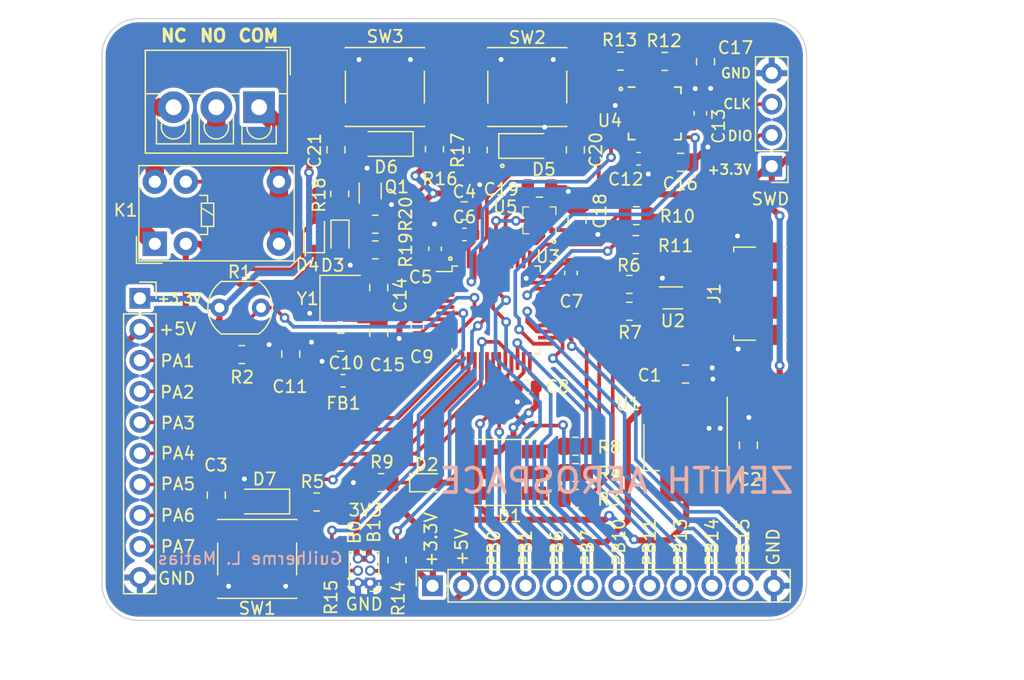
<source format=kicad_pcb>
(kicad_pcb (version 20211014) (generator pcbnew)
  (layers (0 "F.Cu" signal) (31 "B.Cu" power) (34 "B.Paste" user) (35 "F.Paste" user) (36 "B.SilkS" user "B.Silkscreen") (37 "F.SilkS" user "F.Silkscreen") (38 "B.Mask" user) (39 "F.Mask" user) (44 "Edge.Cuts" user))
  (net 0 "")
  (net 1 "+5V")
  (net 2 "GND")
  (net 3 "+3.3V")
  (net 4 "NRST")
  (net 5 "+3.3VA")
  (net 6 "HSE_IN")
  (net 7 "HSE_OUT")
  (net 8 "Net-(C16-Pad1)")
  (net 9 "Net-(C17-Pad1)")
  (net 10 "BUTTON_1")
  (net 11 "BUTTON_2")
  (net 12 "Net-(D1-Pad1)")
  (net 13 "Net-(D1-Pad2)")
  (net 14 "Net-(D1-Pad3)")
  (net 15 "Net-(D2-Pad1)")
  (net 16 "Net-(D3-Pad1)")
  (net 17 "Net-(D4-Pad2)")
  (net 18 "USB_D-")
  (net 19 "USB_D+")
  (net 22 "Net-(J2-Pad2)")
  (net 23 "Net-(J2-Pad3)")
  (net 24 "PA1")
  (net 25 "PA2")
  (net 26 "PA3")
  (net 27 "PA4")
  (net 28 "PA5")
  (net 29 "PA6")
  (net 30 "PA7")
  (net 31 "PB0")
  (net 32 "PB1")
  (net 33 "PB6")
  (net 34 "PB7")
  (net 35 "PB10")
  (net 36 "PB11")
  (net 37 "PB13")
  (net 38 "PB14")
  (net 39 "PB15")
  (net 40 "Net-(J5-Pad3)")
  (net 41 "Net-(J5-Pad4)")
  (net 42 "Net-(J6-Pad1)")
  (net 43 "Net-(J6-Pad2)")
  (net 44 "Net-(Q1-Pad1)")
  (net 45 "ADC1_IN0")
  (net 46 "PWM_R")
  (net 47 "PWM_G")
  (net 48 "Net-(R6-Pad2)")
  (net 49 "Net-(R7-Pad1)")
  (net 50 "PWM_B")
  (net 51 "SWDIO")
  (net 52 "SWCLK")
  (net 53 "I2C1_SDA")
  (net 54 "I2C1_SCL")
  (net 55 "BOOT0")
  (net 56 "BOOT1")
  (net 57 "RELAY")
  (net 58 "USB_CONN_D-")
  (net 59 "USB_CONN_D+")
  (net 60 "ACC_IT")
  (net 61 "SPI1_SCK")
  (net 62 "SPI1_MISO")
  (net 63 "SPI1_MOSI")
  (net 77 "SPI1_NSS")
  (net 78 "Net-(J6-Pad3)")
  (footprint "Package_QFP:LQFP-48_7x7mm_P0.5mm" (layer "F.Cu") (at 88.9 96.52)
    (fp_text reference "U3")
    (fp_text value "STM32F103C8T6")
  )
  (footprint "Capacitor_SMD:C_0805_2012Metric" (layer "F.Cu") (at 75.79 83.38 -90)
    (fp_text reference "C21")
    (fp_text value "100n")
  )
  (footprint "Diode_SMD:D_SMF" (layer "F.Cu") (at 91.3934 83.075)
    (fp_text reference "D5")
    (fp_text value "SMF5V0A")
  )
  (footprint "Capacitor_SMD:C_0603_1608Metric" (layer "F.Cu") (at 91.405 102.75 180)
    (fp_text reference "C8")
    (fp_text value "100n")
  )
  (footprint "Capacitor_SMD:C_0805_2012Metric" (layer "F.Cu") (at 95.38 83.39 -90)
    (fp_text reference "C20")
    (fp_text value "100n")
  )
  (footprint "Connector_PinSocket_2.54mm:PinSocket_1x10_P2.54mm_Vertical" (layer "F.Cu") (at 59.74 95.55)
    (fp_text reference "J3" hide)
    (fp_text value "Conn_01x10_Female")
  )
  (footprint "Resistor_SMD:R_0805_2012Metric" (layer "F.Cu") (at 75.41 116.8925 -90)
    (fp_text reference "R15")
    (fp_text value "10k")
  )
  (footprint "Button_Switch_SMD:SW_Push_1P1T_NO_6x6mm_H9.5mm" (layer "F.Cu") (at 91.4464 78.249)
    (fp_text reference "SW2")
    (fp_text value "SW_Push")
  )
  (footprint "Resistor_SMD:R_0805_2012Metric" (layer "F.Cu") (at 99.8 96.61 180)
    (fp_text reference "R7")
    (fp_text value "22")
  )
  (footprint "Button_Switch_SMD:SW_Push_1P1T_NO_6x6mm_H9.5mm" (layer "F.Cu") (at 69.342 116.8908 180)
    (fp_text reference "SW1")
    (fp_text value "SW_Push")
  )
  (footprint "Diode_SMD:D_SMF" (layer "F.Cu") (at 79.8184 82.9084 180)
    (fp_text reference "D6")
    (fp_text value "SMF5V0A")
  )
  (footprint "Connector_PinHeader_2.54mm:PinHeader_1x04_P2.54mm_Vertical" (layer "F.Cu") (at 111.45 84.73 180)
    (fp_text reference "J2" hide)
    (fp_text value "Conn_01x04_Male")
  )
  (footprint "Connector_PinSocket_2.54mm:PinSocket_1x12_P2.54mm_Vertical" (layer "F.Cu") (at 83.69 119.09 90)
    (fp_text reference "J4" hide)
    (fp_text value "Conn_01x12_Female")
  )
  (footprint "LED_SMD:LED_0603_1608Metric" (layer "F.Cu") (at 76.12 90.6325 -90)
    (fp_text reference "D3")
    (fp_text value "LED_Small")
  )
  (footprint "Capacitor_SMD:C_0805_2012Metric" (layer "F.Cu") (at 76.18 99.14 180)
    (fp_text reference "C10")
    (fp_text value "1u")
  )
  (footprint "Capacitor_SMD:C_0805_2012Metric" (layer "F.Cu") (at 104.394 101.752)
    (fp_text reference "C1")
    (fp_text value "100n")
  )
  (footprint "Capacitor_SMD:C_0805_2012Metric" (layer "F.Cu") (at 66 111.67 90)
    (fp_text reference "C3")
    (fp_text value "100n")
  )
  (footprint "Resistor_SMD:R_0805_2012Metric" (layer "F.Cu") (at 79.0025 91.585 180)
    (fp_text reference "R19")
    (fp_text value "1k")
  )
  (footprint "Resistor_SMD:R_0805_2012Metric" (layer "F.Cu") (at 95.3884 107.67 180)
    (fp_text reference "R8")
    (fp_text value "330")
  )
  (footprint "Resistor_SMD:R_0805_2012Metric" (layer "F.Cu") (at 80.78 116.9775 90)
    (fp_text reference "R14")
    (fp_text value "10k")
  )
  (footprint "Resistor_SMD:R_0805_2012Metric" (layer "F.Cu") (at 102.6925 76.15 180)
    (fp_text reference "R12")
    (fp_text value "4k7")
  )
  (footprint "OptoDevice:R_LDR_5.1x4.3mm_P3.4mm_Vertical" (layer "F.Cu") (at 66.26 96.32)
    (fp_text reference "R1")
    (fp_text value "LDR07")
  )
  (footprint "Resistor_SMD:R_0805_2012Metric" (layer "F.Cu") (at 79.0025 89.485)
    (fp_text reference "R20")
    (fp_text value "10k")
  )
  (footprint "Capacitor_SMD:C_0805_2012Metric" (layer "F.Cu") (at 92.44 86.53)
    (fp_text reference "C19")
    (fp_text value "100n")
  )
  (footprint "Resistor_SMD:R_0805_2012Metric" (layer "F.Cu") (at 100.3675 88.78 180)
    (fp_text reference "R10")
    (fp_text value "22")
  )
  (footprint "Capacitor_SMD:C_0805_2012Metric" (layer "F.Cu") (at 103.99 84.41)
    (fp_text reference "C16")
    (fp_text value "100n")
  )
  (footprint "Resistor_SMD:R_0805_2012Metric" (layer "F.Cu") (at 95.3959 109.82 180)
    (fp_text reference "R4")
    (fp_text value "330")
  )
  (footprint "Capacitor_SMD:C_0805_2012Metric" (layer "F.Cu") (at 79.29 98.4 -90)
    (fp_text reference "C15")
    (fp_text value "30p")
  )
  (footprint "Package_TO_SOT_SMD:SOT-223-3_TabPin2" (layer "F.Cu") (at 104.4 107.75 -90)
    (fp_text reference "U1")
    (fp_text value "LD1117S33TR_SOT223")
  )
  (footprint "Capacitor_SMD:C_0805_2012Metric" (layer "F.Cu") (at 86.29 88.38)
    (fp_text reference "C4")
    (fp_text value "4u7")
  )
  (footprint "Capacitor_SMD:C_0603_1608Metric" (layer "F.Cu") (at 86.3 90.32)
    (fp_text reference "C6")
    (fp_text value "100n")
  )
  (footprint "Resistor_SMD:R_0805_2012Metric" (layer "F.Cu") (at 99.0675 76.13)
    (fp_text reference "R13")
    (fp_text value "4k7")
  )
  (footprint "Capacitor_SMD:C_0805_2012Metric" (layer "F.Cu") (at 109.5388 107.5784 90)
    (fp_text reference "C2")
    (fp_text value "10u")
  )
  (footprint "Connector_USB:USB_Micro-B_Molex_47346-0001" (layer "F.Cu") (at 110.05 95.17 90)
    (fp_text reference "J1")
    (fp_text value "USB_B_Micro")
  )
  (footprint "Button_Switch_SMD:SW_Push_1P1T_NO_6x6mm_H9.5mm" (layer "F.Cu") (at 79.7942 78.2468)
    (fp_text reference "SW3")
    (fp_text value "SW_Push")
  )
  (footprint "Capacitor_SMD:C_0603_1608Metric" (layer "F.Cu") (at 100.555 84.12)
    (fp_text reference "C12")
    (fp_text value "10n")
  )
  (footprint "Inductor_SMD:L_0603_1608Metric" (layer "F.Cu") (at 76.3725 102.3 180)
    (fp_text reference "FB1")
    (fp_text value "FerriteBead")
  )
  (footprint "Package_TO_SOT_SMD:SOT-523" (layer "F.Cu") (at 78.59 86.755 90)
    (fp_text reference "Q1")
    (fp_text value "DMG1012T")
  )
  (footprint "Resistor_SMD:R_0805_2012Metric" (layer "F.Cu") (at 83.85 83.3275 90)
    (fp_text reference "R16")
    (fp_text value "10k")
  )
  (footprint "Capacitor_SMD:C_0603_1608Metric" (layer "F.Cu") (at 83.9 91.49 90)
    (fp_text reference "C5")
    (fp_text value "100n")
  )
  (footprint "Package_TO_SOT_SMD:SOT-666" (layer "F.Cu") (at 103.36 95.5125)
    (fp_text reference "U2")
    (fp_text value "USBLC6-2P6")
  )
  (footprint "Resistor_SMD:R_0805_2012Metric" (layer "F.Cu") (at 74.2075 112.23 180)
    (fp_text reference "R5")
    (fp_text value "10k")
  )
  (footprint "LED_SMD:LED_0603_1608Metric" (layer "F.Cu") (at 83.31 110.65)
    (fp_text reference "D2")
    (fp_text value "LED")
  )
  (footprint "Resistor_SMD:R_0805_2012Metric" (layer "F.Cu") (at 95.3959 111.94 180)
    (fp_text reference "R3")
    (fp_text value "330")
  )
  (footprint "Capacitor_SMD:C_0603_1608Metric" (layer "F.Cu") (at 105.61 80.405 90)
    (fp_text reference "C13")
    (fp_text value "100n")
  )
  (footprint "TerminalBlock_4Ucon:TerminalBlock_4Ucon_1x03_P3.50mm_Vertical" (layer "F.Cu") (at 69.5 79.9 180)
    (fp_text reference "J6" hide)
    (fp_text value "Screw_Terminal_01x03")
  )
  (footprint "Sensor_Motion:InvenSense_QFN-24_4x4mm_P0.5mm" (layer "F.Cu") (at 101.8736 80.4044)
    (fp_text reference "U4")
    (fp_text value "MPU-6050")
  )
  (footprint "Capacitor_SMD:C_0805_2012Metric" (layer "F.Cu") (at 79.29 94.67 90)
    (fp_text reference "C14")
    (fp_text value "30p")
  )
  (footprint "LED_SMD:LED_RGB_5050-6" (layer "F.Cu") (at 89.6 109.81 180)
    (fp_text reference "D1")
    (fp_text value "LED_RGB")
  )
  (footprint "Package_LGA:Bosch_LGA-8_2x2.5mm_P0.65mm_ClockwisePinNumbering" (layer "F.Cu") (at 92.4358 89.1614 180)
    (fp_text reference "U5")
    (fp_text value "BMP280")
  )
  (footprint "Resistor_SMD:R_0805_2012Metric" (layer "F.Cu") (at 100.3225 91.15 180)
    (fp_text reference "R11")
    (fp_text value "22")
  )
  (footprint "Diode_SMD:D_SOD-323F" (layer "F.Cu") (at 73.999 90.31 90)
    (fp_text reference "D4")
    (fp_text value "BAS16GWX")
  )
  (footprint "Diode_SMD:D_SMF" (layer "F.Cu") (at 69.72 112.19 180)
    (fp_text reference "D7")
    (fp_text value "SMF5V0A")
  )
  (footprint "Resistor_SMD:R_0805_2012Metric" (layer "F.Cu") (at 79.4767 110.6424 180)
    (fp_text reference "R9")
    (fp_text value "1k5")
  )
  (footprint "Resistor_SMD:R_0805_2012Metric" (layer "F.Cu") (at 99.7985 94.4118)
    (fp_text reference "R6")
    (fp_text value "22")
  )
  (footprint "Resistor_SMD:R_0805_2012Metric" (layer "F.Cu") (at 76.1 86.9975 90)
    (fp_text reference "R18")
    (fp_text value "330")
  )
  (footprint "Capacitor_SMD:C_0805_2012Metric" (layer "F.Cu") (at 95.52 89.15 -90)
    (fp_text reference "C18")
    (fp_text value "100n")
  )
  (footprint "Relay_THT:Relay_SPDT_Omron_G5V-1" (layer "F.Cu") (at 60.9652 91.0822 90)
    (fp_text reference "K1")
    (fp_text value "G5V-1")
  )
  (footprint "Capacitor_SMD:C_0603_1608Metric" (layer "F.Cu") (at 95.02 93.48 -90)
    (fp_text reference "C7")
    (fp_text value "100n")
  )
  (footprint "Resistor_SMD:R_0805_2012Metric" (layer "F.Cu") (at 87.43 83.4025 90)
    (fp_text reference "R17")
    (fp_text value "10k")
  )
  (footprint "Resistor_SMD:R_0805_2012Metric" (layer "F.Cu") (at 68.0825 100.16)
    (fp_text reference "R2")
    (fp_text value "4K7")
  )
  (footprint "Capacitor_SMD:C_0603_1608Metric" (layer "F.Cu") (at 82.45 97.915 90)
    (fp_text reference "C9")
    (fp_text value "10n")
  )
  (footprint "Capacitor_SMD:C_0805_2012Metric" (layer "F.Cu") (at 72.09 100.11 90)
    (fp_text reference "C11")
    (fp_text value "1u")
  )
  (footprint "Crystal:Crystal_SMD_3225-4Pin_3.2x2.5mm" (layer "F.Cu") (at 76.13 95.67 -90)
    (fp_text reference "Y1")
    (fp_text value "16MHz")
  )
  (footprint "Connector_PinHeader_1.00mm:PinHeader_2x03_P1.00mm_Vertical" (layer "F.Cu") (at 78.59 118.85 180)
    (fp_text reference "J5" hide)
    (fp_text value "Conn_02x03_Odd_Even")
  )
  (footprint "Capacitor_SMD:C_0805_2012Metric" (layer "F.Cu") (at 106.03 76.17 -90)
    (fp_text reference "C17")
    (fp_text value "2.2n")
  )
  (gr_circle (center 99.1 78.4) (end 99.1 78.273) (layer "F.SilkS") (width 0.15) (fill none))
  (gr_circle (center 93.6348 90.9014) (end 93.5078 90.9014) (layer "F.SilkS") (width 0.15) (fill none))
  (gr_circle (center 89.4 84.7) (end 89.4 84.573) (layer "F.SilkS") (width 0.15) (fill none))
  (gr_circle (center 85.15 92.3) (end 85.15 92.173) (layer "F.SilkS") (width 0.15) (fill none))
  (gr_line (start 56.642 114.808) (end 56.642 118.92) (layer "Edge.Cuts") (width 0.1))
  (gr_arc (start 59.642 121.92) (mid 57.52068 121.04132) (end 56.642 118.92) (layer "Edge.Cuts") (width 0.1))
  (gr_line (start 59.642 121.92) (end 111.3 121.92) (layer "Edge.Cuts") (width 0.1))
  (gr_line (start 59.642 72.644) (end 111.3 72.644) (layer "Edge.Cuts") (width 0.1))
  (gr_arc (start 111.3 72.644) (mid 113.42132 73.52268) (end 114.3 75.644) (layer "Edge.Cuts") (width 0.1))
  (gr_arc (start 114.3 118.92) (mid 113.42132 121.04132) (end 111.3 121.92) (layer "Edge.Cuts") (width 0.1))
  (gr_arc (start 56.642 75.644) (mid 57.52068 73.52268) (end 59.642 72.644) (layer "Edge.Cuts") (width 0.1))
  (gr_line (start 56.642 75.644) (end 56.642 114.808) (layer "Edge.Cuts") (width 0.1))
  (gr_line (start 114.3 75.644) (end 114.3 118.92) (layer "Edge.Cuts") (width 0.1))
  (gr_text "Guilherme L. Matias" (at 68.75 116.85) (layer "B.SilkS") (effects (font (size 1 1)) (justify mirror)))
  (gr_text "ZENITH AEROSPACE" (at 98.75 110.5) (layer "B.SilkS") (effects (font (size 2 2) (thickness 0.3)) (justify mirror)))
  (gr_text "+3.3V" (at 62.98 95.55) (layer "F.SilkS") (effects (font (size 0.8 0.8))))
  (gr_text "+3.3V" (at 107.99 85.01) (layer "F.SilkS") (effects (font (size 0.8 0.8))))
  (gr_text "+5V" (at 86.07 115.93 90) (layer "F.SilkS") (effects (font (size 1 1))))
  (gr_text "PB15" (at 109.1 115.52 90) (layer "F.SilkS") (effects (font (size 1 1))))
  (gr_text "PB6" (at 93.88 116 90) (layer "F.SilkS") (effects (font (size 1 1))))
  (gr_text "NC" (at 62.53 74.04) (layer "F.SilkS") (effects (font (size 1 1) (thickness 0.25))))
  (gr_text "PA1" (at 62.83 100.68) (layer "F.SilkS") (effects (font (size 1 1))))
  (gr_text "PB14\n" (at 106.57 115.52 90) (layer "F.SilkS") (effects (font (size 1 1))))
  (gr_text "PA2" (at 62.81 103.25) (layer "F.SilkS") (effects (font (size 1 1))))
  (gr_text "B1" (at 78.9 114.6 90) (layer "F.SilkS") (effects (font (size 1 1))))
  (gr_text "COM" (at 69.44 74.04) (layer "F.SilkS") (effects (font (size 1 1) (thickness 0.25))))
  (gr_text "CLK" (at 108.62 79.63) (layer "F.SilkS") (effects (font (size 0.8 0.8))))
  (gr_text "PA3" (at 62.86 105.77) (layer "F.SilkS") (effects (font (size 1 1))))
  (gr_text "PB1" (at 91.31 116 90) (layer "F.SilkS") (effects (font (size 1 1))))
  (gr_text "GND" (at 111.57 115.91 90) (layer "F.SilkS") (effects (font (size 1 1))))
  (gr_text "SWD" (at 111.34 87.42) (layer "F.SilkS") (effects (font (size 1 1))))
  (gr_text "GND" (at 62.76 118.49) (layer "F.SilkS") (effects (font (size 1 1))))
  (gr_text "+3.3V" (at 83.56 115.29 90) (layer "F.SilkS") (effects (font (size 1 1))))
  (gr_text "NO" (at 65.74 74.04) (layer "F.SilkS") (effects (font (size 1 1) (thickness 0.25))))
  (gr_text "PB10" (at 98.94 115.52 90) (layer "F.SilkS") (effects (font (size 1 1))))
  (gr_text "DIO" (at 108.86 82.25) (layer "F.SilkS") (effects (font (size 0.8 0.8))))
  (gr_text "PA4" (at 62.86 108.25) (layer "F.SilkS") (effects (font (size 1 1))))
  (gr_text "GND" (at 78.1 120.6) (layer "F.SilkS") (effects (font (size 1 1))))
  (gr_text "3V3" (at 78.2 112.9) (layer "F.SilkS") (effects (font (size 1 1))))
  (gr_text "PA5" (at 62.86 110.76) (layer "F.SilkS") (effects (font (size 1 1))))
  (gr_text "GND" (at 108.52 77.12) (layer "F.SilkS") (effects (font (size 0.8 0.8))))
  (gr_text "PA7" (at 62.86 115.88) (layer "F.SilkS") (effects (font (size 1 1))))
  (gr_text "PB11" (at 101.44 115.52 90) (layer "F.SilkS") (effects (font (size 1 1))))
  (gr_text "PB0" (at 88.71 116 90) (layer "F.SilkS") (effects (font (size 1 1))))
  (gr_text "PB13" (at 103.99 115.52 90) (layer "F.SilkS") (effects (font (size 1 1))))
  (gr_text "PA6" (at 62.86 113.33) (layer "F.SilkS") (effects (font (size 1 1))))
  (gr_text "B0" (at 77.3 114.7 90) (layer "F.SilkS") (effects (font (size 1 1))))
  (gr_text "+5V" (at 62.83 98.06) (layer "F.SilkS") (effects (font (size 1 1))))
  (gr_text "PB7" (at 96.38 115.98 90) (layer "F.SilkS") (effects (font (size 1 1))))
  (segment (start 97.8916 115.5192) (end 87.1728 115.5192) (width 0.5) (layer "F.Cu") (net 1))
  (segment (start 104.285 95.5125) (end 103.7875 95.5125) (width 0.3) (layer "F.Cu") (net 1))
  (segment (start 63.5052 97.0228) (end 63.5052 91.0822) (width 0.5) (layer "F.Cu") (net 1))
  (segment (start 57.9 99.93) (end 59.6844 98.1456) (width 0.5) (layer "F.Cu") (net 1))
  (segment (start 103.4 95.9) (end 103.4 101.708) (width 0.3) (layer "F.Cu") (net 1))
  (segment (start 67.8688 94.3356) (end 72.3244 94.3356) (width 0.5) (layer "F.Cu") (net 1))
  (segment (start 102.1448 104.5964) (end 102.1448 103.0292) (width 0.5) (layer "F.Cu") (net 1))
  (segment (start 57.9 119.39) (end 57.9 99.93) (width 0.5) (layer "F.Cu") (net 1))
  (segment (start 73.999 91.41) (end 75.2878 91.41) (width 0.3) (layer "F.Cu") (net 1))
  (segment (start 73.999 92.691) (end 72.36 94.33) (width 0.5) (layer "F.Cu") (net 1))
  (segment (start 86.26 116.432) (end 86.26 119.55) (width 0.5) (layer "F.Cu") (net 1))
  (segment (start 75.2948 91.403) (end 76.031 91.403) (width 0.3) (layer "F.Cu") (net 1))
  (segment (start 102.1448 104.5964) (end 102.0944 104.546) (width 0.5) (layer "F.Cu") (net 1))
  (segment (start 72.36 94.33) (end 72.3 94.33) (width 0.5) (layer "F.Cu") (net 1))
  (segment (start 59.37 120.86) (end 57.9 119.39) (width 0.5) (layer "F.Cu") (net 1))
  (segment (start 63.5052 91.0822) (end 64.6154 91.0822) (width 0.5) (layer "F.Cu") (net 1))
  (segment (start 62.3824 98.1456) (end 63.5052 97.0228) (width 0.5) (layer "F.Cu") (net 1))
  (segment (start 84.95 120.86) (end 59.37 120.86) (width 0.5) (layer "F.Cu") (net 1))
  (segment (start 99.6696 113.7412) (end 97.8916 115.5192) (width 0.5) (layer "F.Cu") (net 1))
  (segment (start 64.6154 91.0822) (end 67.8688 94.3356) (width 0.5) (layer "F.Cu") (net 1))
  (segment (start 102.1448 104.5964) (end 100.788 104.5964) (width 0.5) (layer "F.Cu") (net 1))
  (segment (start 103.4 101.708) (end 103.444 101.752) (width 0.3) (layer "F.Cu") (net 1))
  (segment (start 100.788 104.5964) (end 99.6696 105.7148) (width 0.5) (layer "F.Cu") (net 1))
  (segment (start 102.1448 103.0292) (end 103.3716 101.8024) (width 0.5) (layer "F.Cu") (net 1))
  (segment (start 59.6844 98.1456) (end 62.3824 98.1456) (width 0.5) (layer "F.Cu") (net 1))
  (segment (start 86.26 119.55) (end 84.95 120.86) (width 0.5) (layer "F.Cu") (net 1))
  (segment (start 75.2878 91.41) (end 75.2948 91.403) (width 0.3) (layer "F.Cu") (net 1))
  (segment (start 99.6696 105.7148) (end 99.6696 113.7412) (width 0.5) (layer "F.Cu") (net 1))
  (segment (start 73.999 91.41) (end 73.999 92.691) (width 0.5) (layer "F.Cu") (net 1))
  (segment (start 103.7875 95.5125) (end 103.4 95.9) (width 0.3) (layer "F.Cu") (net 1))
  (segment (start 87.1728 115.5192) (end 86.26 116.432) (width 0.5) (layer "F.Cu") (net 1))
  (segment (start 94.8 86.8) (end 94.53 86.53) (width 0.5) (layer "F.Cu") (net 2))
  (segment (start 105.61 78.8) (end 105.61 79.63) (width 0.5) (layer "F.Cu") (net 2))
  (segment (start 66 110.72) (end 66.38 110.34) (width 0.5) (layer "F.Cu") (net 2))
  (segment (start 109.5625 91.795) (end 108.675 92.6825) (width 0.5) (layer "F.Cu") (net 2))
  (segment (start 93.37 86.51) (end 93.38 86.51) (width 0.3) (layer "F.Cu") (net 2))
  (segment (start 79.915 89.485) (end 79.915 88.29) (width 0.5) (layer "F.Cu") (net 2))
  (segment (start 102.435 95.5125) (end 102.8875 95.5125) (width 0.25) (layer "F.Cu") (net 2))
  (segment (start 93.4108 89.9614) (end 95.3814 89.9614) (width 0.3) (layer "F.Cu") (net 2))
  (segment (start 78.3684 84.6906) (end 78.3472 84.7118) (width 0.5) (layer "F.Cu") (net 2))
  (segment (start 70.32 99.34) (end 69.5 100.16) (width 0.5) (layer "F.Cu") (net 2))
  (segment (start 65.367 119.1408) (end 66.9904 119.1408) (width 0.5) (layer "F.Cu") (net 2))
  (segment (start 102.6236 82.3544) (end 102.6236 82.880441) (width 0.3) (layer "F.Cu") (net 2))
  (segment (start 79.29 99.35) (end 80.45 99.35) (width 0.5) (layer "F.Cu") (net 2))
  (segment (start 69.5 100.16) (end 68.995 100.16) (width 0.5) (layer "F.Cu") (net 2))
  (segment (start 75.8192 75.9968) (end 77.6692 75.9968) (width 0.5) (layer "F.Cu") (net 2))
  (segment (start 79.855 87.4) (end 80.33 87.875) (width 0.5) (layer "F.Cu") (net 2))
  (segment (start 94.1084 84.34) (end 92.8434 83.075) (width 0.5) (layer "F.Cu") (net 2))
  (segment (start 99.2427 79.1544) (end 98.6411 79.756) (width 0.3) (layer "F.Cu") (net 2))
  (segment (start 68.27 112.19) (end 68.27 110.36) (width 0.5) (layer "F.Cu") (net 2))
  (segment (start 95.38 84.34) (end 94.1084 84.34) (width 0.5) (layer "F.Cu") (net 2))
  (segment (start 105.19 78.38) (end 105.61 78.8) (width 0.5) (layer "F.Cu") (net 2))
  (segment (start 92.7608 87.1192) (end 93.37 86.51) (width 0.3) (layer "F.Cu") (net 2))
  (segment (start 79.09 87.4) (end 79.855 87.4) (width 0.5) (layer "F.Cu") (net 2))
  (segment (start 108.675 99.675) (end 108.7 99.7) (width 0.5) (layer "F.Cu") (net 2))
  (segment (start 82.58 97.27) (end 82.45 97.14) (width 0.3) (layer "F.Cu") (net 2))
  (segment (start 81.8936 75.9968) (end 81.8896 76.0008) (width 0.5) (layer "F.Cu") (net 2))
  (segment (start 111.25 93.62) (end 111.25 91.795) (width 0.5) (layer "F.Cu") (net 2))
  (segment (start 111.25 98.545) (end 109.5625 98.545) (width 0.5) (layer "F.Cu") (net 2))
  (segment (start 81.67 97.14) (end 80.98 97.83) (width 0.5) (layer "F.Cu") (net 2))
  (segment (start 95.3814 89.9614) (end 95.52 90.1) (width 0.3) (layer "F.Cu") (net 2))
  (segment (start 79.915 88.29) (end 80.33 87.875) (width 0.5) (layer "F.Cu") (net 2))
  (segment (start 101.6236 83.7964) (end 101.6 83.82) (width 0.3) (layer "F.Cu") (net 2))
  (segment (start 106.03 77.94) (end 106.03 77.12) (width 0.5) (layer "F.Cu") (net 2))
  (segment (start 104.97 84.41) (end 106.22 83.16) (width 0.5) (layer "F.Cu") (net 2))
  (segment (start 108.65 97.6825) (end 108.675 97.6575) (width 0.5) (layer "F.Cu") (net 2))
  (segment (start 87.22 86.5695) (end 87.55 86.2395) (width 0.5) (layer "F.Cu") (net 2))
  (segment (start 75.23 100.13) (end 74.65 100.71) (width 0.5) (layer "F.Cu") (net 2))
  (segment (start 92.8434 81.553) (end 92.8624 81.534) (width 0.5) (layer "F.Cu") (net 2))
  (segment (start 79.29 93.72) (end 77.83 93.72) (width 0.5) (layer "F.Cu") (net 2))
  (segment (start 90.63 102.15) (end 90.63 102.75) (width 0.3) (layer "F.Cu") (net 2))
  (segment (start 72.09 99.16) (end 73.77 99.16) (width 0.5) (layer "F.Cu") (net 2))
  (segment (start 104.94 84.41) (end 104.97 84.41) (width 0.3) (layer "F.Cu") (net 2))
  (segment (start 108.675 92.6825) (end 108.675 90.475) (width 0.5) (layer "F.Cu") (net 2))
  (segment (start 91.72 94.27) (end 91.36 93.91) (width 0.3) (layer "F.Cu") (net 2))
  (segment (start 108.675 97.6575) (end 108.675 99.675) (width 0.5) (layer "F.Cu") (net 2))
  (segment (start 76.98 94.57) (end 76.98 92.85) (width 0.5) (layer "F.Cu") (net 2))
  (segment (start 77.218 110.6424) (end 78.6892 110.6424) (width 0.5) (layer "F.Cu") (net 2))
  (segment (start 103.69 83.16) (end 104.94 84.41) (width 0.3) (layer "F.Cu") (net 2))
  (segment (start 111.25 96.32) (end 111.25 98.545) (width 0.5) (layer "F.Cu") (net 2))
  (segment (start 102.903159 83.16) (end 103.69 83.16) (width 0.3) (layer "F.Cu") (net 2))
  (segment (start 75.23 99.14) (end 75.23 100.13) (width 0.5) (layer "F.Cu") (net 2))
  (segment (start 82.45 97.14) (end 81.67 97.14) (width 0.5) (layer "F.Cu") (net 2))
  (segment (start 77.83 93.72) (end 76.98 94.57) (width 0.5) (layer "F.Cu") (net 2))
  (segment (start 73.77 99.16) (end 73.79 99.14) (width 0.5) (layer "F.Cu") (net 2))
  (segment (start 76.98 92.85) (end 76.96 92.83) (width 0.5) (layer "F.Cu") (net 2))
  (segment (start 84.7375 97.27) (end 82.58 97.27) (width 0.3) (layer "F.Cu") (net 2))
  (segment (start 71.6936 119.1408) (end 71.6788 119.126) (width 0.5) (layer "F.Cu") (net 2))
  (segment (start 75.79 84.33) (end 75.99 84.33) (width 0.5) (layer "F.Cu") (net 2))
  (segment (start 94.99 94.27) (end 95.13 94.41) (width 0.3) (layer "F.Cu") (net 2))
  (segment (start 101.33 84.12) (end 101.33 85.35) (width 0.5) (layer "F.Cu") (net 2))
  (segment (start 80.45 99.35) (end 80.96 98.84) (width 0.5) (layer "F.Cu") (net 2))
  (segment (start 97 90.1) (end 95.52 90.1) (width 0.5) (layer "F.Cu") (net 2))
  (segment (start 87.22 90.17) (end 87.22 86.5695) (width 0.5) (layer "F.Cu") (net 2))
  (segment (start 103.8236 79.1544) (end 105.1344 79.1544) (width 0.3) (layer "F.Cu") (net 2))
  (segment (start 111.25 96.32) (end 111.25 93.62) (width 0.5) (layer "F.Cu") (net 2))
  (segment (start 86.65 91.36) (end 86.65 92.3575) (width 0.3) (layer "F.Cu") (net 2))
  (segment (start 66.38 110.34) (end 68.29 110.34) (width 0.5) (layer "F.Cu") (net 2))
  (segment (start 87.07 90.32) (end 87.22 90.17) (width 0.5) (layer "F.Cu") (net 2))
  (segment (start 77.6692 75.9968) (end 77.6732 76.0008) (width 0.5) (layer "F.Cu") (net 2))
  (segment (start 83.86 90.69) (end 83.81 90.74) (width 0.5) (layer "F.Cu") (net 2))
  (segment (start 109.5625 98.545) (end 108.675 97.6575) (width 0.5) (layer "F.Cu") (net 2))
  (segment (start 73.317 119.1408) (end 71.6936 119.1408) (width 0.5) (layer "F.Cu") (net 2))
  (segment (start 92.8434 83.075) (end 92.8434 81.553) (width 0.5) (layer "F.Cu") (net 2))
  (segment (start 93.0625 94.27) (end 91.72 94.27) (width 0.3) (layer "F.Cu") (net 2))
  (segment (start 68.27 110.36) (end 68.29 110.34) (width 0.5) (layer "F.Cu") (net 2))
  (segment (start 102.8875 95.5125) (end 103.2 95.2) (width 0.25) (layer "F.Cu") (net 2))
  (segment (start 92.7608 88.3614) (end 92.7608 87.1192) (width 0.3) (layer "F.Cu") (net 2))
  (segment (start 91.15 101.63) (end 90.63 102.15) (width 0.3) (layer "F.Cu") (net 2))
  (segment (start 106.45 78.36) (end 106.03 77.94) (width 0.5) (layer "F.Cu") (net 2))
  (segment (start 101.33 85.35) (end 101.35 85.37) (width 0.5) (layer "F.Cu") (net 2))
  (segment (start 75.28 96.77) (end 73.64 96.77) (width 0.5) (layer "F.Cu") (net 2))
  (segment (start 93.0625 94.27) (end 94.99 94.27) (width 0.3) (layer "F.Cu") (net 2))
  (segment (start 87.07 90.32) (end 87.07 90.94) (width 0.3) (layer "F.Cu") (net 2))
  (segment (start 103.2 95.2) (end 103.2 94.3) (width 0.25) (layer "F.Cu") (net 2))
  (segment (start 102.8 93.9) (end 102.5 93.9) (width 0.25) (layer "F.Cu") (net 2))
  (segment (start 66.9904 119.1408) (end 67.0052 119.126) (width 0.5) (layer "F.Cu") (net 2))
  (segment (start 103.2 94.3) (end 102.8 93.9) (width 0.25) (layer "F.Cu") (net 2))
  (segment (start 83.7692 75.9968) (end 81.8936 75.9968) (width 0.5) (layer "F.Cu") (net 2))
  (segment (start 75.99 84.33) (end 77.4116 82.9084) (width 0.5) (layer "F.Cu") (net 2))
  (segment (start 91.15 100.6825) (end 91.15 101.63) (width 0.3) (layer "F.Cu") (net 2))
  (segment (start 89.3042 75.999) (end 89.3064 75.9968) (width 0.5) (layer "F.Cu") (net 2))
  (segment (start 101.6236 82.3544) (end 101.6236 83.7964) (width 0.3) (layer "F.Cu") (net 2))
  (segment (start 80.98 98.82) (end 80.96 98.84) (width 0.5) (layer "F.Cu") (net 2))
  (segment (start 102.6236 82.880441) (end 102.903159 83.16) (width 0.3) (layer "F.Cu") (net 2))
  (segment (start 105.1344 79.1544) (end 105.61 79.63) (width 0.3) (layer "F.Cu") (net 2))
  (segment (start 87.4714 75.999) (end 89.3042 75.999) (width 0.5) (layer "F.Cu") (net 2))
  (segment (start 108.65 92.6575) (end 108.675 92.6825) (width 0.5) (layer "F.Cu") (net 2))
  (segment (start 97.220023 90.320023) (end 97 90.1) (width 0.5) (layer "F.Cu") (net 2))
  (segment (start 108.675 90.475) (end 108.65 90.45) (width 0.5) (layer "F.Cu") (net 2))
  (segment (start 94.53 86.53) (end 93.39 86.53) (width 0.5) (layer "F.Cu") (net 2))
  (segment (start 87.07 90.94) (end 86.65 91.36) (width 0.3) (layer "F.Cu") (net 2))
  (segment (start 93.5758 75.999) (end 93.5736 75.9968) (width 0.5) (layer "F.Cu") (net 2))
  (segment (start 77.4116 82.9084) (end 78.3684 82.9084) (width 0.5) (layer "F.Cu") (net 2))
  (segment (start 111.25 91.795) (end 109.5625 91.795) (width 0.5) (layer "F.Cu") (net 2))
  (segment (start 95.4214 75.999) (end 93.5758 75.999) (width 0.5) (layer "F.Cu") (net 2))
  (segment (start 90.63 104.03) (end 90.63 102.75) (width 0.5) (layer "F.Cu") (net 2))
  (segment (start 80.98 97.83) (end 80.98 98.82) (width 0.5) (layer "F.Cu") (net 2))
  (segment (start 83.86 89.47) (end 83.86 90.69) (width 0.5) (layer "F.Cu") (net 2))
  (segment (start 99.9236 79.1544) (end 99.2427 79.1544) (width 0.3) (layer "F.Cu") (net 2))
  (segment (start 78.3684 82.9084) (end 78.3684 84.6906) (width 0.5) (layer "F.Cu") (net 2))
  (via (at 89.3064 75.9968) (size 0.8) (drill 0.4) (layers "F.Cu" "B.Cu") (net 2))
  (via (at 97.220023 90.320023) (size 0.8) (drill 0.4) (layers "F.Cu" "B.Cu") (net 2))
  (via (at 106.3244 106.195902) (size 0.8) (drill 0.4) (layers "F.Cu" "B.Cu") (net 2))
  (via (at 71.6788 119.126) (size 0.8) (drill 0.4) (layers "F.Cu" "B.Cu") (net 2))
  (via (at 108.7 99.7) (size 0.8) (drill 0.4) (layers "F.Cu" "B.Cu") (net 2))
  (via (at 70.32 99.34) (size 0.8) (drill 0.4) (layers "F.Cu" "B.Cu") (net 2))
  (via (at 80.96 98.84) (size 0.8) (drill 0.4) (layers "F.Cu" "B.Cu") (net 2))
  (via (at 106.22 83.16) (size 0.8) (drill 0.4) (layers "F.Cu" "B.Cu") (net 2))
  (via (at 76.96 92.83) (size 0.8) (drill 0.4) (layers "F.Cu" "B.Cu") (net 2))
  (via (at 80.33 87.875) (size 0.8) (drill 0.4) (layers "F.Cu" "B.Cu") (net 2))
  (via (at 107.2388 106.195902) (size 0.8) (drill 0.4) (layers "F.Cu" "B.Cu") (net 2))
  (via (at 101.35 85.37) (size 0.8) (drill 0.4) (layers "F.Cu" "B.Cu") (net 2))
  (via (at 106.5784 101.244) (size 0.8) (drill 0.4) (layers "F.Cu" "B.Cu") (net 2))
  (via (at 109.5756 105.3084) (size 0.8) (drill 0.4) (layers "F.Cu" "B.Cu") (net 2))
  (via (at 83.86 89.47) (size 0.8) (drill 0.4) (layers "F.Cu" "B.Cu") (net 2))
  (via (at 77.6732 76.0008) (size 0.8) (drill 0.4) (layers "F.Cu" "B.Cu") (net 2))
  (via (at 106.6292 102.1584) (size 0.8) (drill 0.4) (layers "F.Cu" "B.Cu") (net 2))
  (via (at 77.218 110.6424) (size 0.8) (drill 0.4) (layers "F.Cu" "B.Cu") (net 2))
  (via (at 68.29 110.34) (size 0.8) (drill 0.4) (layers "F.Cu" "B.Cu") (net 2))
  (via (at 87.55 86.2395) (size 0.8) (drill 0.4) (layers "F.Cu" "B.Cu") (net 2))
  (via (at 105.19 78.38) (size 0.8) (drill 0.4) (layers "F.Cu" "B.Cu") (net 2))
  (via (at 74.65 100.71) (size 0.8) (drill 0.4) (layers "F.Cu" "B.Cu") (net 2))
  (via (at 73.79 99.14) (size 0.8) (drill 0.4) (layers "F.Cu" "B.Cu") (net 2))
  (via (at 106.45 78.36) (size 0.8) (drill 0.4) (layers "F.Cu" "B.Cu") (net 2))
  (via (at 73.64 96.77) (size 0.8) (drill 0.4) (layers "F.Cu" "B.Cu") (net 2))
  (via (at 81.8896 76.0008) (size 0.8) (drill 0.4) (layers "F.Cu" "B.Cu") (net 2))
  (via (at 92.8624 81.534) (size 0.8) (drill 0.4) (layers "F.Cu" "B.Cu") (net 2))
  (via (at 108.65 90.45) (size 0.8) (drill 0.4) (layers "F.Cu" "B.Cu") (net 2))
  (via (at 78.3336 84.8868) (size 0.8) (drill 0.4) (layers "F.Cu" "B.Cu") (net 2))
  (via (at 93.5736 75.9968) (size 0.8) (drill 0.4) (layers "F.Cu" "B.Cu") (net 2))
  (via (at 94.8 86.8) (size 0.8) (drill 0.4) (layers "F.Cu" "B.Cu") (net 2))
  (via (at 98.6411 79.756) (size 0.8) (drill 0.4) (layers "F.Cu" "B.Cu") (net 2))
  (via (at 91.36 93.91) (size 0.8) (drill 0.4) (layers "F.Cu" "B.Cu") (net 2))
  (via (at 90.63 104.03) (size 0.8) (drill 0.4) (layers "F.Cu" "B.Cu") (net 2))
  (via (at 67.0052 119.126) (size 0.8) (drill 0.4) (layers "F.Cu" "B.Cu") (net 2))
  (via (at 102.5 93.9) (size 0.8) (drill 0.4) (layers "F.Cu" "B.Cu") (net 2))
  (segment (start 96.22 88.2) (end 97.39 87.03) (width 0.5) (layer "F.Cu") (net 3))
  (segment (start 111.09 84.73) (end 111.45 84.73) (width 0.5) (layer "F.Cu") (net 3))
  (segment (start 111.54 73.75) (end 108.8 73.75) (width 0.5) (layer "F.Cu") (net 3))
  (segment (start 90.31 106.13) (end 90.31 106.96) (width 0.5) (layer "F.Cu") (net 3))
  (segment (start 83.53 84.24) (end 83.85 84.24) (width 0.5) (layer "F.Cu") (net 3))
  (segment (start 112.1 107.2) (end 110.7716 108.5284) (width 0.5) (layer "F.Cu") (net 3))
  (segment (start 93.0625 93.77) (end 93.25 93.77) (width 0.3) (layer "F.Cu") (net 3))
  (segment (start 98.14 113.35) (end 97.81 113.68) (width 0.5) (layer "F.Cu") (net 3))
  (segment (start 83.9 92.9325) (end 84.7375 93.77) (width 0.3) (layer "F.Cu") (net 3))
  (segment (start 65.56 98.01) (end 65.56 101.2) (width 0.5) (layer "F.Cu") (net 3))
  (segment (start 100.53 86.79) (end 99.78 86.04) (width 0.5) (layer "F.Cu") (net 3))
  (segment (start 85.6488 82.4992) (end 85.602 82.4992) (width 0.5) (layer "F.Cu") (net 3))
  (segment (start 77.486 113.4016) (end 76.3144 112.23) (width 0.5) (layer "F.Cu") (net 3))
  (segment (start 113.11 75.32) (end 111.54 73.75) (width 0.5) (layer "F.Cu") (net 3))
  (segment (start 86.15 91.41) (end 85.51 90.77) (width 0.3) (layer "F.Cu") (net 3))
  (segment (start 66.26 97.31) (end 65.56 98.01) (width 0.5) (layer "F.Cu") (net 3))
  (segment (start 110.7716 108.5284) (end 109.5388 108.5284) (width 0.5) (layer "F.Cu") (net 3))
  (segment (start 93.4108 88.3614) (end 95.3586 88.3614) (width 0.3) (layer "F.Cu") (net 3))
  (segment (start 98.155 76.13) (end 97.3 76.985) (width 0.3) (layer "F.Cu") (net 3))
  (segment (start 92.1108 88.3614) (end 92.1108 88.8364) (width 0.3) (layer "F.Cu") (net 3))
  (segment (start 83.54 92.29) (end 83.81 92.29) (width 0.5) (layer "F.Cu") (net 3))
  (segment (start 91.57 104.95) (end 92.18 104.34) (width 0.5) (layer "F.Cu") (net 3))
  (segment (start 104.33 73.75) (end 104.35 73.75) (width 0.5) (layer "F.Cu") (net 3))
  (segment (start 103.32 91.49) (end 103.235 91.405) (width 0.3) (layer "F.Cu") (net 3))
  (segment (start 112.07 84.73) (end 113.11 83.69) (width 0.5) (layer "F.Cu") (net 3))
  (segment (start 105.61 81.18) (end 106.87 81.18) (width 0.5) (layer "F.Cu") (net 3))
  (segment (start 66.26 96.32) (end 66.26 97.31) (width 0.5) (layer "F.Cu") (net 3))
  (segment (start 78.486 116.872) (end 77.486 116.872) (width 0.5) (layer "F.Cu") (net 3))
  (segment (start 82.29 85.48) (end 83.53 84.24) (width 0.5) (layer "F.Cu") (net 3))
  (segment (start 82.4484 114.1476) (end 81.3308 113.03) (width 0.5) (layer "F.Cu") (net 3))
  (segment (start 87.2 109.81) (end 85.9 109.81) (width 0.5) (layer "F.Cu") (net 3))
  (segment (start 91.65 100.6825) (end 91.65 101.65) (width 0.3) (layer "F.Cu") (net 3))
  (segment (start 85.0676 110.6424) (end 84.1051 110.6424) (width 0.5) (layer "F.Cu") (net 3))
  (segment (start 78.486 114.0968) (end 78.486 116.872) (width 0.5) (layer "F.Cu") (net 3))
  (segment (start 87.4221 84.2725) (end 87.44 84.2725) (width 0.5) (layer "F.Cu") (net 3))
  (segment (start 104.37 87.03) (end 107.71 83.69) (width 0.5) (layer "F.Cu") (net 3))
  (segment (start 101.1236 82.3544) (end 101.1236 82.880441) (width 0.3) (layer "F.Cu") (net 3))
  (segment (start 100.53 87.03) (end 104.37 87.03) (width 0.5) (layer "F.Cu") (net 3))
  (segment (start 104.43 91.39) (end 111.09 84.73) (width 0.5) (layer "F.Cu") (net 3))
  (segment (start 86.15 92.3575) (end 86.15 91.41) (width 0.3) (layer "F.Cu") (net 3))
  (segment (start 90.31 106.96) (end 89.16 108.11) (width 0.5) (layer "F.Cu") (net 3))
  (segment (start 85.51 90.77) (end 85.51 90.33) (width 0.3) (layer "F.Cu") (net 3))
  (segment (start 85.6488 74.7212) (end 85.6488 82.4992) (width 0.5) (layer "F.Cu") (net 3))
  (segment (start 81.3308 113.03) (end 79.5528 113.03) (width 0.5) (layer "F.Cu") (net 3))
  (segment (start 106.87 81.18) (end 107.71 80.34) (width 0.5) (layer "F.Cu") (net 3))
  (segment (start 75.2972 73.75) (end 73.6092 75.438) (width 0.5) (layer "F.Cu") (net 3))
  (segment (start 85.6488 82.4992) (end 87.4221 84.2725) (width 0.5) (layer "F.Cu") (net 3))
  (segment (start 97.39 87.03) (end 100.53 87.03) (width 0.5) (layer "F.Cu") (net 3))
  (segment (start 99.884041 84.12) (end 99.78 84.12) (width 0.3) (layer "F.Cu") (net 3))
  (segment (start 95.045 92.73) (end 101.91 92.73) (width 0.5) (layer "F.Cu") (net 3))
  (segment (start 76.3144 112.23) (end 75.12 112.23) (width 0.5) (layer "F.Cu") (net 3))
  (segment (start 104.4448 113.9952) (end 104.4448 110.8964) (width 0.5) (layer "F.Cu") (net 3))
  (segment (start 100.2468 115.3668) (end 103.0732 115.3668) (width 0.5) (layer "F.Cu") (net 3))
  (segment (start 89.16 108.11) (end 87.2 108.11) (width 0.5) (layer "F.Cu") (net 3))
  (segment (start 73.6092 75.438) (end 73.6092 85.1916) (width 0.5) (layer "F.Cu") (net 3))
  (segment (start 83.72 86.96) (end 84.4708 86.96) (width 0.5) (layer "F.Cu") (net 3))
  (segment (start 101.1236 82.880441) (end 99.884041 84.12) (width 0.3) (layer "F.Cu") (net 3))
  (segment (start 103.0732 115.3668) (end 104.4448 113.9952) (width 0.5) (layer "F.Cu") (net 3))
  (segment (start 92.1108 87.1108) (end 91.51 86.51) (width 0.3) (layer "F.Cu") (net 3))
  (segment (start 92.1108 88.8364) (end 92.3268 89.0524) (width 0.3) (layer "F.Cu") (net 3))
  (segment (start 99.78 86.04) (end 99.78 84.12) (width 0.5) (layer "F.Cu") (net 3))
  (segment (start 77.486 116.872) (end 77.486 113.4016) (width 0.5) (layer "F.Cu") (net 3))
  (segment (start 95.02 92.705) (end 95.045 92.73) (width 0.5) (layer "F.Cu") (net 3))
  (segment (start 79.5528 113.03) (end 78.486 114.0968) (width 0.5) (layer "F.Cu") (net 3))
  (segment (start 112.1 88.8) (end 111.45 88.15) (width 0.5) (layer "F.Cu") (net 3))
  (segment (start 107.71 80.34) (end 107.71 74.84) (width 0.5) (layer "F.Cu") (net 3))
  (segment (start 83.72 86.96) (end 82.69 87.99) (width 0.5) (layer "F.Cu") (net 3))
  (segment (start 103.605 74.475) (end 104.33 73.75) (width 0.5) (layer "F.Cu") (net 3))
  (segment (start 87.2 112.26) (end 87.2 111.51) (width 0.5) (layer "F.Cu") (net 3))
  (segment (start 65.56 101.2) (end 66.66 102.3) (width 0.5) (layer "F.Cu") (net 3))
  (segment (start 87.2 108.11) (end 87.2 109.81) (width 0.5) (layer "F.Cu") (net 3))
  (segment (start 105.1356 81.6544) (end 105.61 81.18) (width 0.3) (layer "F.Cu") (net 3))
  (segment (start 97.81 113.68) (end 88.62 113.68) (width 0.5) (layer "F.Cu") (net 3))
  (segment (start 86.62 73.75) (end 85.6488 74.7212) (width 0.5) (layer "F.Cu") (net 3))
  (segment (start 85.42 90.24) (end 85.51 90.33) (width 0.5) (layer "F.Cu") (net 3))
  (segment (start 101.91 92.73) (end 103.235 91.405) (width 0.5) (layer "F.Cu") (net 3))
  (segment (start 92.1108 88.3614) (end 92.1108 87.1108) (width 0.3) (layer "F.Cu") (net 3))
  (segment (start 88.62 113.68) (end 87.2 112.26) (width 0.5) (layer "F.Cu") (net 3))
  (segment (start 100.17 115.29) (end 100.2468 115.3668) (width 0.5) (layer "F.Cu") (net 3))
  (segment (start 107.71 83.69) (end 107.71 80.34) (width 0.5) (layer "F.Cu") (net 3))
  (segment (start 103.235 91.405) (end 103.25 91.39) (width 0.5) (layer "F.Cu") (net 3))
  (segment (start 92.18 102.18) (end 92.18 102.75) (width 0.3) (layer "F.Cu") (net 3))
  (segment (start 72.09 101.06) (end 72.09 101.53) (width 0.5) (layer "F.Cu") (net 3))
  (segment (start 111.45 84.73) (end 112.07 84.73) (width 0.5) (layer "F.Cu") (net 3))
  (segment (start 66.66 102.3) (end 72.86 102.3) (width 0.5) (layer "F.Cu") (net 3))
  (segment (start 88.62 113.68) (end 86.1672 113.68) (width 0.5) (layer "F.Cu") (net 3))
  (segment (start 93.4108 88.941) (end 93.4108 88.3614) (width 0.3) (layer "F.Cu") (net 3))
  (segment (start 103.25 91.39) (end 104.43 91.39) (width 0.5) (layer "F.Cu") (net 3))
  (segment (start 85.9 109.81) (end 85.0676 110.6424) (width 0.5) (layer "F.Cu") (net 3))
  (segment (start 92.3268 89.0524) (end 93.2994 89.0524) (width 0.3) (layer "F.Cu") (net 3))
  (segment (start 93.25 93.77) (end 94.315 92.705) (width 0.3) (layer "F.Cu") (net 3))
  (segment (start 87.2 109.81) (end 87.2 111.51) (width 0.5) (layer "F.Cu") (net 3))
  (segment (start 84.4708 86.96) (end 85.42 87.9092) (width 0.5) (layer "F.Cu") (net 3))
  (segment (start 83.72 116.1272) (end 83.72 119.12) (width 0.5) (layer "F.Cu") (net 3))
  (segment (start 94.315 92.705) (end 95.02 92.705) (width 0.3) (layer "F.Cu") (net 3))
  (segment (start 91.51 86.51) (end 91.5 86.51) (width 0.3) (layer "F.Cu") (net 3))
  (segment (start 100.53 87.03) (end 100.53 86.79) (width 0.5) (layer "F.Cu") (net 3))
  (segment (start 95.3586 88.3614) (end 95.52 88.2) (width 0.3) (layer "F.Cu") (net 3))
  (segment (start 84.1051 110.6424) (end 84.0975 110.65) (width 0.5) (layer "F.Cu") (net 3))
  (segment (start 103.605 76.15) (end 103.605 74.475) (width 0.5) (layer "F.Cu") (net 3))
  (segment (start 97.3 76.985) (end 97.3 86.42) (width 0.3) (layer "F.Cu") (net 3))
  (segment (start 112.1 101.05) (end 112.1 107.2) (width 0.5) (layer "F.Cu") (net 3))
  (segment (start 72.86 102.3) (end 75.585 102.3) (width 0.5) (layer "F.Cu") (net 3))
  (segment (start 83.72 119.12) (end 82.4484 117.8484) (width 0.5) (layer "F.Cu") (net 3))
  (segment (start 83.9 92.265) (end 83.9 92.9325) (width 0.3) (layer "F.Cu") (net 3))
  (segment (start 72.09 101.53) (end 72.86 102.3) (width 0.5) (layer "F.Cu") (net 3))
  (segment (start 82.69 87.99) (end 82.69 91.44) (width 0.5) (layer "F.Cu") (net 3))
  (segment (start 82.29 85.52) (end 82.29 85.48) (width 0.5) (layer "F.Cu") (net 3))
  (segment (start 85.42 87.9092) (end 85.42 90.24) (width 0.5) (layer "F.Cu") (net 3))
  (segment (start 103.8236 81.6544) (end 105.1356 81.6544) (width 0.3) (layer "F.Cu") (net 3))
  (segment (start 91.65 101.65) (end 92.18 102.18) (width 0.3) (layer "F.Cu") (net 3))
  (segment (start 92.18 104.34) (end 92.18 102.75) (width 0.5) (layer "F.Cu") (net 3))
  (segment (start 82.4484 117.8484) (end 82.4484 114.1476) (width 0.5) (layer "F.Cu") (net 3))
  (segment (start 93.2994 89.0524) (end 93.4108 88.941) (width 0.3) (layer "F.Cu") (net 3))
  (segment (start 97.3 86.42) (end 95.52 88.2) (width 0.3) (layer "F.Cu") (net 3))
  (segment (start 86.1672 113.68) (end 83.72 116.1272) (width 0.5) (layer "F.Cu") (net 3))
  (segment (start 108.8 73.75) (end 75.2972 73.75) (width 0.5) (layer "F.Cu") (net 3))
  (segment (start 111.45 88.15) (end 111.45 84.73) (width 0.5) (layer "F.Cu") (net 3))
  (segment (start 82.69 91.44) (end 83.54 92.29) (width 0.5) (layer "F.Cu") (net 3))
  (segment (start 107.71 74.84) (end 108.8 73.75) (width 0.5) (layer "F.Cu") (net 3))
  (segment (start 113.11 83.69) (end 113.11 75.32) (width 0.5) (layer "F.Cu") (net 3))
  (segment (start 85.602 82.4992) (end 84.2138 83.8874) (width 0.5) (layer "F.Cu") (net 3))
  (segment (start 95.52 88.2) (end 96.22 88.2) (width 0.5) (layer "F.Cu") (net 3))
  (via (at 83.72 86.96) (size 0.8) (drill 0.4) (layers "F.Cu" "B.Cu") (net 3))
  (via (at 73.59 85.25) (size 0.8) (drill 0.4) (layers "F.Cu" "B.Cu") (net 3))
  (via (at 100.17 115.29) (size 0.8) (drill 0.4) (layers "F.Cu" "B.Cu") (net 3))
  (via (at 112.1 101.05) (size 0.8) (drill 0.4) (layers "F.Cu" "B.Cu") (net 3))
  (via (at 90.31 106.13) (size 0.8) (drill 0.4) (layers "F.Cu" "B.Cu") (net 3))
  (via (at 82.29 85.52) (size 0.8) (drill 0.4) (layers "F.Cu" "B.Cu") (net 3))
  (via (at 91.57 104.95) (size 0.8) (drill 0.4) (layers "F.Cu" "B.Cu") (net 3))
  (via (at 112.1 88.8) (size 0.8) (drill 0.4) (layers "F.Cu" "B.Cu") (net 3))
  (via (at 98.14 113.35) (size 0.8) (drill 0.4) (layers "F.Cu" "B.Cu") (net 3))
  (segment (start 73.59 92.16) (end 72.26 93.49) (width 0.5) (layer "B.Cu") (net 3))
  (segment (start 72.1688 93.49) (end 69.3748 93.49) (width 0.5) (layer "B.Cu") (net 3))
  (segment (start 59.7956 95.6056) (end 59.74 95.55) (width 0.5) (layer "B.Cu") (net 3))
  (segment (start 82.29 85.53) (end 82.29 85.52) (width 0.5) (layer "B.Cu") (net 3))
  (segment (start 98.14 113.35) (end 98.23 113.35) (width 0.5) (layer "B.Cu") (net 3))
  (segment (start 98.23 113.35) (end 100.17 115.29) (width 0.5) (layer "B.Cu") (net 3))
  (segment (start 112.1 88.8) (end 112.1 101.05) (width 0.5) (layer "B.Cu") (net 3))
  (segment (start 65.1764 96.2152) (end 64.5668 95.6056) (width 0.5) (layer "B.Cu") (net 3))
  (segment (start 72.26 93.49) (end 72.24 93.49) (width 0.5) (layer "B.Cu") (net 3))
  (segment (start 66.26 96.32) (end 66.1552 96.2152) (width 0.5) (layer "B.Cu") (net 3))
  (segment (start 66.5448 96.32) (end 66.26 96.32) (width 0.5) (layer "B.Cu") (net 3))
  (segment (start 64.5668 95.6056) (end 59.7956 95.6056) (width 0.5) (layer "B.Cu") (net 3))
  (segment (start 69.3748 93.49) (end 66.5448 96.32) (width 0.5) (layer "B.Cu") (net 3))
  (segment (start 90.31 106.13) (end 91.49 104.95) (width 0.5) (layer "B.Cu") (net 3))
  (segment (start 73.59 85.25) (end 73.59 92.16) (width 0.5) (layer "B.Cu") (net 3))
  (segment (start 72.1868 93.472) (end 72.1688 93.49) (width 0.5) (layer "B.Cu") (net 3))
  (segment (start 66.1552 96.2152) (end 65.1764 96.2152) (width 0.5) (layer "B.Cu") (net 3))
  (segment (start 83.72 86.96) (end 82.29 85.53) (width 0.5) (layer "B.Cu") (net 3))
  (segment (start 91.49 104.95) (end 91.57 104.95) (width 0.5) (layer "B.Cu") (net 3))
  (segment (start 71.664 114.6408) (end 73.317 114.6408) (width 0.3) (layer "F.Cu") (net 4))
  (segment (start 65.367 113.253) (end 66 112.62) (width 0.3) (layer "F.Cu") (net 4))
  (segment (start 65.367 114.6408) (end 73.317 114.6408) (width 0.3) (layer "F.Cu") (net 4))
  (segment (start 71.17 114.1468) (end 71.664 114.6408) (width 0.3) (layer "F.Cu") (net 4))
  (segment (start 73.3044 114.6282) (end 73.317 114.6408) (width 0.3) (layer "F.Cu") (net 4))
  (segment (start 85.8988 96.77) (end 84.7375 96.77) (width 0.3) (layer "F.Cu") (net 4))
  (segment (start 72.12 110.37) (end 71.17 111.32) (width 0.3) (layer "F.Cu") (net 4))
  (segment (start 71.17 111.32) (end 71.17 112.19) (width 0.3) (layer "F.Cu") (net 4))
  (segment (start 73.317 114.6408) (end 73.317 112.5574) (width 0.3) (layer "F.Cu") (net 4))
  (segment (start 65.367 114.6408) (end 65.367 113.253) (width 0.3) (layer "F.Cu") (net 4))
  (segment (start 73.317 112.5574) (end 73.3044 112.5448) (width 0.3) (layer "F.Cu") (net 4))
  (segment (start 86.2076 96.774) (end 85.9028 96.774) (width 0.3) (layer "F.Cu") (net 4))
  (segment (start 75.54 110.41) (end 75.5 110.37) (width 0.3) (layer "F.Cu") (net 4))
  (segment (start 71.17 112.19) (end 71.17 114.1468) (width 0.3) (layer "F.Cu") (net 4))
  (segment (start 75.5 110.37) (end 72.12 110.37) (width 0.3) (layer "F.Cu") (net 4))
  (segment (start 85.9028 96.774) (end 85.8988 96.77) (width 0.3) (layer "F.Cu") (net 4))
  (segment (start 65.1764 114.4502) (end 65.367 114.6408) (width 0.3) (layer "F.Cu") (net 4))
  (via (at 75.54 110.41) (size 0.8) (drill 0.4) (layers "F.Cu" "B.Cu") (net 4))
  (via (at 86.2076 96.774) (size 0.8) (drill 0.4) (layers "F.Cu" "B.Cu") (net 4))
  (segment (start 75.54 110.41) (end 86.2076 99.7424) (width 0.3) (layer "B.Cu") (net 4))
  (segment (start 86.2076 99.7424) (end 86.2076 96.774) (width 0.3) (layer "B.Cu") (net 4))
  (segment (start 77.13 102.2775) (end 77.1075 102.3) (width 0.5) (layer "F.Cu") (net 5))
  (segment (start 77.13 99.14) (end 77.13 102.2775) (width 0.5) (layer "F.Cu") (net 5))
  (segment (start 83.37 97.77) (end 82.45 98.69) (width 0.3) (layer "F.Cu") (net 5))
  (segment (start 77.16 102.3) (end 79.92 102.3) (width 0.5) (layer "F.Cu") (net 5))
  (segment (start 82.45 99.77) (end 82.45 98.69) (width 0.5) (layer "F.Cu") (net 5))
  (segment (start 84.7375 97.77) (end 83.37 97.77) (width 0.3) (layer "F.Cu") (net 5))
  (segment (start 79.92 102.3) (end 82.45 99.77) (width 0.5) (layer "F.Cu") (net 5))
  (segment (start 76.03 95.62) (end 75.28 94.87) (width 0.3) (layer "F.Cu") (net 6))
  (segment (start 84.7375 95.77) (end 80.55 95.77) (width 0.3) (layer "F.Cu") (net 6))
  (segment (start 80.55 95.77) (end 80.4 95.62) (width 0.3) (layer "F.Cu") (net 6))
  (segment (start 80.4 95.62) (end 76.03 95.62) (width 0.3) (layer "F.Cu") (net 6))
  (segment (start 75.28 94.87) (end 75.28 94.57) (width 0.3) (layer "F.Cu") (net 6))
  (segment (start 77.66 97.45) (end 76.98 96.77) (width 0.3) (layer "F.Cu") (net 7))
  (segment (start 79.29 97.45) (end 77.66 97.45) (width 0.3) (layer "F.Cu") (net 7))
  (segment (start 84.7375 96.27) (end 81.03 96.27) (width 0.3) (layer "F.Cu") (net 7))
  (segment (start 79.85 97.45) (end 79.29 97.45) (width 0.3) (layer "F.Cu") (net 7))
  (segment (start 81.03 96.27) (end 79.85 97.45) (width 0.3) (layer "F.Cu") (net 7))
  (segment (start 102.1236 82.3544) (end 102.1236 83.4936) (width 0.3) (layer "F.Cu") (net 8))
  (segment (start 102.1236 83.4936) (end 103.04 84.41) (width 0.3) (layer "F.Cu") (net 8))
  (segment (start 103.011959 77.54) (end 104.31 77.54) (width 0.3) (layer "F.Cu") (net 9))
  (segment (start 104.31 77.54) (end 104.76 77.09) (width 0.3) (layer "F.Cu") (net 9))
  (segment (start 102.6236 77.928359) (end 103.011959 77.54) (width 0.3) (layer "F.Cu") (net 9))
  (segment (start 102.6236 78.4544) (end 102.6236 77.928359) (width 0.3) (layer "F.Cu") (net 9))
  (segment (start 104.76 75.57) (end 105.13 75.2) (width 0.3) (layer "F.Cu") (net 9))
  (segment (start 105.13 75.2) (end 106.07 75.2) (width 0.3) (layer "F.Cu") (net 9))
  (segment (start 104.76 77.09) (end 104.76 75.57) (width 0.3) (layer "F.Cu") (net 9))
  (segment (start 89.9434 83.075) (end 89.9434 81.8154) (width 0.3) (layer "F.Cu") (net 10))
  (segment (start 88.627 80.499) (end 95.4214 80.499) (width 0.3) (layer "F.Cu") (net 10))
  (segment (start 89.9434 83.9958) (end 89.9434 83.075) (width 0.3) (layer "F.Cu") (net 10))
  (segment (start 87.43 80.5404) (end 87.4714 80.499) (width 0.3) (layer "F.Cu") (net 10))
  (segment (start 95.38 80.5404) (end 95.4214 80.499) (width 0.3) (layer "F.Cu") (net 10))
  (segment (start 83.898959 94.27) (end 81.9 92.271041) (width 0.3) (layer "F.Cu") (net 10))
  (segment (start 81.9 92.271041) (end 81.9 87.49) (width 0.3) (layer "F.Cu") (net 10))
  (segment (start 95.38 82.44) (end 95.38 80.5404) (width 0.3) (layer "F.Cu") (net 10))
  (segment (start 89.9434 81.8154) (end 88.627 80.499) (width 0.3) (layer "F.Cu") (net 10))
  (segment (start 88.4492 85.49) (end 89.9434 83.9958) (width 0.3) (layer "F.Cu") (net 10))
  (segment (start 81.9 87.49) (end 83.9 85.49) (width 0.3) (layer "F.Cu") (net 10))
  (segment (start 87.4714 80.499) (end 88.627 80.499) (width 0.3) (layer "F.Cu") (net 10))
  (segment (start 83.9 85.49) (end 88.4492 85.49) (width 0.3) (layer "F.Cu") (net 10))
  (segment (start 84.7375 94.27) (end 83.898959 94.27) (width 0.3) (layer "F.Cu") (net 10))
  (segment (start 87.43 82.49) (end 87.43 80.5404) (width 0.3) (layer "F.Cu") (net 10))
  (segment (start 81.2548 81.6144) (end 82.3724 80.4968) (width 0.3) (layer "F.Cu") (net 11))
  (segment (start 75.7938 80.5222) (end 75.8192 80.4968) (width 0.3) (layer "F.Cu") (net 11))
  (segment (start 83.1876 94.77) (end 81.21 92.7924) (width 0.3) (layer "F.Cu") (net 11))
  (segment (start 81.21 92.7924) (end 81.21 82.9668) (width 0.3) (layer "F.Cu") (net 11))
  (segment (start 81.21 82.9668) (end 81.2684 82.9084) (width 0.3) (layer "F.Cu") (net 11))
  (segment (start 75.8192 80.4968) (end 82.3724 80.4968) (width 0.3) (layer "F.Cu") (net 11))
  (segment (start 83.744 82.3976) (end 83.744 80.522) (width 0.3) (layer "F.Cu") (net 11))
  (segment (start 83.744 80.522) (end 83.7692 80.4968) (width 0.3) (layer "F.Cu") (net 11))
  (segment (start 75.7938 82.4484) (end 75.7938 80.5222) (width 0.3) (layer "F.Cu") (net 11))
  (segment (start 81.2548 83.0834) (end 81.2548 81.6144) (width 0.3) (layer "F.Cu") (net 11))
  (segment (start 82.3724 80.4968) (end 83.7692 80.4968) (width 0.3) (layer "F.Cu") (net 11))
  (segment (start 84.7375 94.77) (end 83.1876 94.77) (width 0.3) (layer "F.Cu") (net 11))
  (segment (start 81.7 83.34) (end 81.2684 82.9084) (width 0.3) (layer "F.Cu") (net 11))
  (segment (start 92.43 111.94) (end 92 111.51) (width 0.3) (layer "F.Cu") (net 12))
  (segment (start 94.4834 111.94) (end 92.43 111.94) (width 0.3) (layer "F.Cu") (net 12))
  (segment (start 94.5364 109.728) (end 94.56 109.7516) (width 0.3) (layer "F.Cu") (net 13))
  (segment (start 92 109.81) (end 94.4734 109.81) (width 0.3) (layer "F.Cu") (net 13))
  (segment (start 94.4734 109.81) (end 94.4834 109.82) (width 0.3) (layer "F.Cu") (net 13))
  (segment (start 94.4759 107.67) (end 92.44 107.67) (width 0.3) (layer "F.Cu") (net 14))
  (segment (start 92.44 107.67) (end 92 108.11) (width 0.3) (layer "F.Cu") (net 14))
  (segment (start 94.5564 108.028) (end 94.56 108.0244) (width 0.3) (layer "F.Cu") (net 14))
  (segment (start 80.3892 110.6424) (end 82.5149 110.6424) (width 0.3) (layer "F.Cu") (net 15))
  (segment (start 82.5149 110.6424) (end 82.5225 110.65) (width 0.3) (layer "F.Cu") (net 15))
  (segment (start 76.12 87.93) (end 76.1 87.91) (width 0.25) (layer "F.Cu") (net 16))
  (segment (start 76.12 89.845) (end 76.12 87.93) (width 0.25) (layer "F.Cu") (net 16))
  (segment (start 73.07 90.139) (end 73.07 92.2332) (width 0.3) (layer "F.Cu") (net 17))
  (segment (start 78.49 86.085) (end 78.52 86.115) (width 0.3) (layer "F.Cu") (net 17))
  (segment (start 67.0104 87.323) (end 65.6896 86.0022) (width 0.3) (layer "F.Cu") (net 17))
  (segment (start 72.136 93.1672) (end 68.435 93.1672) (width 0.3) (layer "F.Cu") (net 17))
  (segment (start 74.62 86.085) (end 76.1 86.085) (width 0.3) (layer "F.Cu") (net 17))
  (segment (start 73.07 92.2332) (end 72.136 93.1672) (width 0.3) (layer "F.Cu") (net 17))
  (segment (start 68.435 93.1672) (end 67.0104 91.7426) (width 0.3) (layer "F.Cu") (net 17))
  (segment (start 73.999 89.21) (end 73.999 86.706) (width 0.3) (layer "F.Cu") (net 17))
  (segment (start 73.999 86.706) (end 74.62 86.085) (width 0.3) (layer "F.Cu") (net 17))
  (segment (start 67.0104 91.7426) (end 67.0104 87.323) (width 0.3) (layer "F.Cu") (net 17))
  (segment (start 73.999 89.21) (end 73.07 90.139) (width 0.3) (layer "F.Cu") (net 17))
  (segment (start 65.6896 86.0022) (end 63.5052 86.0022) (width 0.3) (layer "F.Cu") (net 17))
  (segment (start 76.1 86.085) (end 78.49 86.085) (width 0.3) (layer "F.Cu") (net 17))
  (segment (start 98.022501 95.745001) (end 98.8875 96.61) (width 0.2) (layer "F.Cu") (net 18))
  (segment (start 93.087499 95.745001) (end 98.022501 95.745001) (width 0.2) (layer "F.Cu") (net 18))
  (segment (start 93.0625 95.77) (end 93.087499 95.745001) (width 0.2) (layer "F.Cu") (net 18))
  (segment (start 98.886 94.4118) (end 98.886 94.596625) (width 0.261112) (layer "F.Cu") (net 19))
  (segment (start 93.087499 95.294999) (end 98.0028 95.295) (width 0.2) (layer "F.Cu") (net 19))
  (segment (start 98.0028 95.295) (end 98.886 94.4118) (width 0.2) (layer "F.Cu") (net 19))
  (segment (start 93.0625 95.27) (end 93.087499 95.294999) (width 0.2) (layer "F.Cu") (net 19))
  (segment (start 104.3 89.88) (end 102.505 89.88) (width 0.3) (layer "F.Cu") (net 22))
  (segment (start 102.505 89.88) (end 101.235 91.15) (width 0.3) (layer "F.Cu") (net 22))
  (segment (start 109.56 83.09) (end 109.56 84.62) (width 0.3) (layer "F.Cu") (net 22))
  (segment (start 109.56 84.62) (end 104.3 89.88) (width 0.3) (layer "F.Cu") (net 22))
  (segment (start 110.46 82.19) (end 109.56 83.09) (width 0.3) (layer "F.Cu") (net 22))
  (segment (start 111.45 82.19) (end 110.46 82.19) (width 0.3) (layer "F.Cu") (net 22))
  (segment (start 104.05 88.78) (end 108.69 84.14) (width 0.3) (layer "F.Cu") (net 23))
  (segment (start 110.27 79.65) (end 111.45 79.65) (width 0.3) (layer "F.Cu") (net 23))
  (segment (start 108.69 81.23) (end 110.27 79.65) (width 0.3) (layer "F.Cu") (net 23))
  (segment (start 108.69 84.14) (end 108.69 81.23) (width 0.3) (layer "F.Cu") (net 23))
  (segment (start 101.28 88.78) (end 104.05 88.78) (width 0.3) (layer "F.Cu") (net 23))
  (segment (start 63.16 100.63) (end 65.9 103.37) (width 0.3) (layer "F.Cu") (net 24))
  (segment (start 83.45 99.218959) (end 83.898959 98.77) (width 0.3) (layer "F.Cu") (net 24))
  (segment (start 83.898959 98.77) (end 84.7375 98.77) (width 0.3) (layer "F.Cu") (net 24))
  (segment (start 59.74 100.63) (end 63.16 100.63) (width 0.3) (layer "F.Cu") (net 24))
  (segment (start 65.9 103.37) (end 80.34 103.37) (width 0.3) (layer "F.Cu") (net 24))
  (segment (start 83.45 100.26) (end 83.45 99.218959) (width 0.3) (layer "F.Cu") (net 24))
  (segment (start 80.34 103.37) (end 83.45 100.26) (width 0.3) (layer "F.Cu") (net 24))
  (segment (start 63.6 104.38) (end 62.39 103.17) (width 0.3) (layer "F.Cu") (net 25))
  (segment (start 84.7375 99.27) (end 84.51 99.4975) (width 0.3) (layer "F.Cu") (net 25))
  (segment (start 84.51 100.43) (end 80.56 104.38) (width 0.3) (layer "F.Cu") (net 25))
  (segment (start 62.39 103.17) (end 59.74 103.17) (width 0.3) (layer "F.Cu") (net 25))
  (segment (start 80.56 104.38) (end 63.6 104.38) (width 0.3) (layer "F.Cu") (net 25))
  (segment (start 84.51 99.4975) (end 84.51 100.43) (width 0.3) (layer "F.Cu") (net 25))
  (segment (start 85.5503 100.6825) (end 80.8828 105.35) (width 0.3) (layer "F.Cu") (net 26))
  (segment (start 80.8828 105.35) (end 63.43 105.35) (width 0.3) (layer "F.Cu") (net 26))
  (segment (start 63.43 105.35) (end 63.07 105.71) (width 0.3) (layer "F.Cu") (net 26))
  (segment (start 86.15 100.6825) (end 85.5503 100.6825) (width 0.3) (layer "F.Cu") (net 26))
  (segment (start 63.07 105.71) (end 59.74 105.71) (width 0.3) (layer "F.Cu") (net 26))
  (segment (start 86.3932 101.77) (end 81.8732 106.29) (width 0.3) (layer "F.Cu") (net 27))
  (segment (start 81.8732 106.29) (end 64.34 106.29) (width 0.3) (layer "F.Cu") (net 27))
  (segment (start 86.401041 101.77) (end 86.3932 101.77) (width 0.3) (layer "F.Cu") (net 27))
  (segment (start 86.65 101.521041) (end 86.401041 101.77) (width 0.3) (layer "F.Cu") (net 27))
  (segment (start 62.38 108.25) (end 59.74 108.25) (width 0.3) (layer "F.Cu") (net 27))
  (segment (start 64.34 106.29) (end 62.38 108.25) (width 0.3) (layer "F.Cu") (net 27))
  (segment (start 86.65 100.6825) (end 86.65 101.521041) (width 0.3) (layer "F.Cu") (net 27))
  (segment (start 64.7404 107.37) (end 61.3204 110.79) (width 0.3) (layer "F.Cu") (net 28))
  (segment (start 82.0124 107.37) (end 64.7404 107.37) (width 0.3) (layer "F.Cu") (net 28))
  (segment (start 87.15 100.6825) (end 87.15 102.2324) (width 0.3) (layer "F.Cu") (net 28))
  (segment (start 61.3204 110.79) (end 59.74 110.79) (width 0.3) (layer "F.Cu") (net 28))
  (segment (start 87.15 102.2324) (end 82.0124 107.37) (width 0.3) (layer "F.Cu") (net 28))
  (segment (start 62.8396 112.268) (end 61.7776 113.33) (width 0.3) (layer "F.Cu") (net 29))
  (segment (start 82.3216 108.28) (end 65.202 108.28) (width 0.3) (layer "F.Cu") (net 29))
  (segment (start 87.65 102.9516) (end 82.3216 108.28) (width 0.3) (layer "F.Cu") (net 29))
  (segment (start 61.7776 113.33) (end 59.74 113.33) (width 0.3) (layer "F.Cu") (net 29))
  (segment (start 87.65 100.6825) (end 87.65 102.9516) (width 0.3) (layer "F.Cu") (net 29))
  (segment (start 62.8396 110.6424) (end 62.8396 112.268) (width 0.3) (layer "F.Cu") (net 29))
  (segment (start 65.202 108.28) (end 62.8396 110.6424) (width 0.3) (layer "F.Cu") (net 29))
  (segment (start 61.93 115.87) (end 59.74 115.87) (width 0.3) (layer "F.Cu") (net 30))
  (segment (start 65.63 109.15) (end 63.8048 110.9752) (width 0.3) (layer "F.Cu") (net 30))
  (segment (start 88.15 103.6708) (end 82.6708 109.15) (width 0.3) (layer "F.Cu") (net 30))
  (segment (start 82.6708 109.15) (end 65.63 109.15) (width 0.3) (layer "F.Cu") (net 30))
  (segment (start 63.8048 110.9752) (end 63.8048 113.9952) (width 0.3) (layer "F.Cu") (net 30))
  (segment (start 88.15 100.6825) (end 88.15 103.6708) (width 0.3) (layer "F.Cu") (net 30))
  (segment (start 63.8048 113.9952) (end 61.93 115.87) (width 0.3) (layer "F.Cu") (net 30))
  (segment (start 88.65 100.6825) (end 88.65 104.7456) (width 0.3) (layer "F.Cu") (net 31))
  (segment (start 88.65 104.7456) (end 87.5792 105.8164) (width 0.3) (layer "F.Cu") (net 31))
  (via (at 87.5792 105.8164) (size 0.8) (drill 0.4) (layers "F.Cu" "B.Cu") (net 31))
  (segment (start 87.5792 105.8164) (end 87.5792 114.1984) (width 0.3) (layer "B.Cu") (net 31))
  (segment (start 87.5792 114.1984) (end 88.77 115.3892) (width 0.3) (layer "B.Cu") (net 31))
  (segment (start 88.77 115.3892) (end 88.77 118.99) (width 0.3) (layer "B.Cu") (net 31))
  (segment (start 88.77 118.99) (end 88.65 119.11) (width 0.3) (layer "B.Cu") (net 31))
  (segment (start 89.15 106.51) (end 89.15 100.6825) (width 0.3) (layer "F.Cu") (net 32))
  (via (at 89.15 106.51) (size 0.8) (drill 0.4) (layers "F.Cu" "B.Cu") (net 32))
  (segment (start 89.17 106.53) (end 89.17 113.1984) (width 0.3) (layer "B.Cu") (net 32))
  (segment (start 89.17 113.1984) (end 91.32 115.3484) (width 0.3) (layer "B.Cu") (net 32))
  (segment (start 89.15 106.51) (end 89.17 106.53) (width 0.3) (layer "B.Cu") (net 32))
  (segment (start 91.32 115.3484) (end 91.32 118.98) (width 0.3) (layer "B.Cu") (net 32))
  (segment (start 89.7128 95.7072) (end 89.15 95.1444) (width 0.3) (layer "F.Cu") (net 33))
  (segment (start 89.15 95.1444) (end 89.15 92.3575) (width 0.3) (layer "F.Cu") (net 33))
  (via (at 89.7128 95.7072) (size 0.8) (drill 0.4) (layers "F.Cu" "B.Cu") (net 33))
  (segment (start 93.85 115.3384) (end 93.85 118.99) (width 0.3) (layer "B.Cu") (net 33))
  (segment (start 91.41 107.06) (end 91.41 112.8984) (width 0.3) (layer "B.Cu") (net 33))
  (segment (start 91.41 112.8984) (end 93.85 115.3384) (width 0.3) (layer "B.Cu") (net 33))
  (segment (start 93.85 118.99) (end 93.73 119.11) (width 0.3) (layer "B.Cu") (net 33))
  (segment (start 92.49 104.07) (end 92.49 105.98) (width 0.3) (layer "B.Cu") (net 33))
  (segment (start 88.8492 100.4292) (end 92.49 104.07) (width 0.3) (layer "B.Cu") (net 33))
  (segment (start 89.7128 95.7072) (end 88.8492 96.5708) (width 0.3) (layer "B.Cu") (net 33))
  (segment (start 88.8492 96.5708) (end 88.8492 100.4292) (width 0.3) (layer "B.Cu") (net 33))
  (segment (start 92.49 105.98) (end 91.41 107.06) (width 0.3) (layer "B.Cu") (net 33))
  (segment (start 89.7128 97.4344) (end 88.65 96.3716) (width 0.3) (layer "F.Cu") (net 34))
  (segment (start 88.65 96.3716) (end 88.65 92.3575) (width 0.3) (layer "F.Cu") (net 34))
  (segment (start 89.7128 97.4852) (end 89.7128 97.4344) (width 0.3) (layer "F.Cu") (net 34))
  (via (at 89.7128 97.4852) (size 0.8) (drill 0.4) (layers "F.Cu" "B.Cu") (net 34))
  (segment (start 96.39 118.99) (end 96.27 119.11) (width 0.3) (layer "B.Cu") (net 34))
  (segment (start 89.7128 97.4852) (end 89.7128 99.6696) (width 0.3) (layer "B.Cu") (net 34))
  (segment (start 93.36 103.3168) (end 93.36 106.65) (width 0.3) (layer "B.Cu") (net 34))
  (segment (start 93.36 106.65) (end 92.63 107.38) (width 0.3) (layer "B.Cu") (net 34))
  (segment (start 89.7128 99.6696) (end 93.36 103.3168) (width 0.3) (layer "B.Cu") (net 34))
  (segment (start 92.63 107.38) (end 92.63 112.3404) (width 0.3) (layer "B.Cu") (net 34))
  (segment (start 92.63 112.3404) (end 96.39 116.1004) (width 0.3) (layer "B.Cu") (net 34))
  (segment (start 96.39 116.1004) (end 96.39 118.99) (width 0.3) (layer "B.Cu") (net 34))
  (segment (start 89.81 101.861041) (end 90.15 101.521041) (width 0.3) (layer "F.Cu") (net 35))
  (segment (start 90.15 101.521041) (end 90.15 100.6825) (width 0.3) (layer "F.Cu") (net 35))
  (segment (start 94.37 105.92) (end 94.3212 105.9688) (width 0.3) (layer "F.Cu") (net 35))
  (segment (start 89.81 104.44) (end 89.81 101.861041) (width 0.3) (layer "F.Cu") (net 35))
  (segment (start 91.3388 105.9688) (end 89.81 104.44) (width 0.3) (layer "F.Cu") (net 35))
  (segment (start 94.3212 105.9688) (end 91.3388 105.9688) (width 0.3) (layer "F.Cu") (net 35))
  (via (at 94.37 105.92) (size 0.8) (drill 0.4) (layers "F.Cu" "B.Cu") (net 35))
  (segment (start 94.44 112.2708) (end 98.93 116.7608) (width 0.3) (layer "B.Cu") (net 35))
  (segment (start 98.93 116.7608) (end 98.93 118.99) (width 0.3) (layer "B.Cu") (net 35))
  (segment (start 94.44 105.99) (end 94.44 112.2708) (width 0.3) (layer "B.Cu") (net 35))
  (segment (start 98.93 118.99) (end 98.81 119.11) (width 0.3) (layer "B.Cu") (net 35))
  (segment (start 94.37 105.92) (end 94.44 105.99) (width 0.3) (layer "B.Cu") (net 35))
  (segment (start 90.6272 99.2124) (end 90.65 99.2352) (width 0.3) (layer "F.Cu") (net 36))
  (segment (start 90.65 99.2352) (end 90.65 100.6825) (width 0.3) (layer "F.Cu") (net 36))
  (via (at 90.6272 99.2124) (size 0.8) (drill 0.4) (layers "F.Cu" "B.Cu") (net 36))
  (segment (start 96.25 109.966) (end 101.3431 115.0591) (width 0.3) (layer "B.Cu") (net 36))
  (segment (start 90.6272 99.2378) (end 96.25 104.8606) (width 0.3) (layer "B.Cu") (net 36))
  (segment (start 101.47 115.186) (end 101.47 118.99) (width 0.3) (layer "B.Cu") (net 36))
  (segment (start 101.47 118.99) (end 101.35 119.11) (width 0.3) (layer "B.Cu") (net 36))
  (segment (start 90.6272 99.2124) (end 90.6272 99.2378) (width 0.3) (layer "B.Cu") (net 36))
  (segment (start 101.3431 115.0591) (end 101.47 115.186) (width 0.3) (layer "B.Cu") (net 36))
  (segment (start 101.3431 115.0591) (end 101.3768 115.0591) (width 0.3) (layer "B.Cu") (net 36))
  (segment (start 101.3431 115.0591) (end 101.3431 115.1128) (width 0.3) (layer "B.Cu") (net 36))
  (segment (start 96.25 104.8606) (end 96.25 109.966) (width 0.3) (layer "B.Cu") (net 36))
  (segment (start 94.3356 99.204559) (end 93.901041 98.77) (width 0.3) (layer "F.Cu") (net 37))
  (segment (start 93.901041 98.77) (end 93.0625 98.77) (width 0.3) (layer "F.Cu") (net 37))
  (segment (start 93.54 100.47) (end 94.3356 99.6744) (width 0.3) (layer "F.Cu") (net 37))
  (segment (start 94.3356 99.6744) (end 94.3356 99.204559) (width 0.3) (layer "F.Cu") (net 37))
  (via (at 93.54 100.47) (size 0.8) (drill 0.4) (layers "F.Cu" "B.Cu") (net 37))
  (segment (start 104.01 118.99) (end 103.89 119.11) (width 0.3) (layer "B.Cu") (net 37))
  (segment (start 93.6628 100.47) (end 98.298 105.1052) (width 0.3) (layer "B.Cu") (net 37))
  (segment (start 104.01 116.0496) (end 104.01 118.99) (width 0.3) (layer "B.Cu") (net 37))
  (segment (start 93.54 100.47) (end 93.6628 100.47) (width 0.3) (layer "B.Cu") (net 37))
  (segment (start 98.298 105.1052) (end 98.298 110.3376) (width 0.3) (layer "B.Cu") (net 37))
  (segment (start 98.298 110.3376) (end 104.01 116.0496) (width 0.3) (layer "B.Cu") (net 37))
  (segment (start 91.44 97.486041) (end 91.44 96.6216) (width 0.3) (layer "F.Cu") (net 38))
  (segment (start 92.223959 98.27) (end 91.44 97.486041) (width 0.3) (layer "F.Cu") (net 38))
  (segment (start 93.0625 98.27) (end 92.223959 98.27) (width 0.3) (layer "F.Cu") (net 38))
  (via (at 91.44 96.6216) (size 0.8) (drill 0.4) (layers "F.Cu" "B.Cu") (net 38))
  (segment (start 103.8352 114.4016) (end 105.0544 114.4016) (width 0.3) (layer "B.Cu") (net 38))
  (segment (start 91.44 97.05) (end 99.4156 105.0256) (width 0.3) (layer "B.Cu") (net 38))
  (segment (start 91.44 96.6216) (end 91.44 97.05) (width 0.3) (layer "B.Cu") (net 38))
  (segment (start 106.55 118.99) (end 106.43 119.11) (width 0.3) (layer "B.Cu") (net 38))
  (segment (start 99.4156 109.982) (end 103.8352 114.4016) (width 0.3) (layer "B.Cu") (net 38))
  (segment (start 106.55 115.8972) (end 106.55 118.99) (width 0.3) (layer "B.Cu") (net 38))
  (segment (start 105.0544 114.4016) (end 106.55 115.8972) (width 0.3) (layer "B.Cu") (net 38))
  (segment (start 99.4156 105.0256) (end 99.4156 109.982) (width 0.3) (layer "B.Cu") (net 38))
  (segment (start 95.0851 99.464794) (end 95.0851 98.954059) (width 0.3) (layer "F.Cu") (net 39))
  (segment (start 95.0851 98.954059) (end 93.901041 97.77) (width 0.3) (layer "F.Cu") (net 39))
  (segment (start 93.901041 97.77) (end 93.0625 97.77) (width 0.3) (layer "F.Cu") (net 39))
  (via (at 95.0851 99.464794) (size 0.8) (drill 0.4) (layers "F.Cu" "B.Cu") (net 39))
  (segment (start 107.1118 113.03) (end 109.09 115.0082) (width 0.3) (layer "B.Cu") (net 39))
  (segment (start 100.33 108.7628) (end 104.5972 113.03) (width 0.3) (layer "B.Cu") (net 39))
  (segment (start 104.5972 113.03) (end 107.1118 113.03) (width 0.3) (layer "B.Cu") (net 39))
  (segment (start 100.33 104.5) (end 100.33 108.7628) (width 0.3) (layer "B.Cu") (net 39))
  (segment (start 109.09 115.0082) (end 109.09 118.99) (width 0.3) (layer "B.Cu") (net 39))
  (segment (start 95.0851 99.464794) (end 95.294794 99.464794) (width 0.3) (layer "B.Cu") (net 39))
  (segment (start 95.294794 99.464794) (end 100.33 104.5) (width 0.3) (layer "B.Cu") (net 39))
  (segment (start 109.09 118.99) (end 108.97 119.11) (width 0.3) (layer "B.Cu") (net 39))
  (segment (start 80.518 117.856) (end 80.534 117.872) (width 0.3) (layer "F.Cu") (net 40))
  (segment (start 80.534 117.872) (end 78.486 117.872) (width 0.3) (layer "F.Cu") (net 40))
  (segment (start 75.449 117.845) (end 77.459 117.845) (width 0.3) (layer "F.Cu") (net 41))
  (segment (start 75.438 117.856) (end 75.449 117.845) (width 0.3) (layer "F.Cu") (net 41))
  (segment (start 77.459 117.845) (end 77.486 117.872) (width 0.3) (layer "F.Cu") (net 41))
  (segment (start 71.1252 91.0822) (end 71.1252 86.0022) (width 1.5) (layer "F.Cu") (net 42))
  (segment (start 71.1252 86.0022) (end 71.1252 81.5252) (width 1.5) (layer "F.Cu") (net 42))
  (segment (start 71.1252 81.5252) (end 69.5 79.9) (width 1.5) (layer "F.Cu") (net 42))
  (segment (start 60.9652 83.9702) (end 62.2354 82.7) (width 1.5) (layer "F.Cu") (net 43))
  (segment (start 62.2354 82.7) (end 64.8 82.7) (width 1.5) (layer "F.Cu") (net 43))
  (segment (start 66 81.5) (end 66 79.9) (width 1.5) (layer "F.Cu") (net 43))
  (segment (start 64.8 82.7) (end 66 81.5) (width 1.5) (layer "F.Cu") (net 43))
  (segment (start 60.9652 86.0022) (end 60.9652 83.9702) (width 1.5) (layer "F.Cu") (net 43))
  (segment (start 78.09 89.485) (end 78.09 87.4) (width 0.25) (layer "F.Cu") (net 44))
  (segment (start 78.09 89.485) (end 78.09 91.585) (width 0.25) (layer "F.Cu") (net 44))
  (segment (start 87.122 95.504) (end 87.122 97.028) (width 0.3) (layer "F.Cu") (net 45))
  (segment (start 67.17 100.16) (end 67.17 98.81) (width 0.3) (layer "F.Cu") (net 45))
  (segment (start 67.17 98.81) (end 69.66 96.32) (width 0.3) (layer "F.Cu") (net 45))
  (segment (start 85.88 98.27) (end 84.7375 98.27) (width 0.3) (layer "F.Cu") (net 45))
  (segment (start 71.57 97.15) (end 70.74 96.32) (width 0.3) (layer "F.Cu") (net 45))
  (segment (start 71.59 97.15) (end 71.57 97.15) (width 0.3) (layer "F.Cu") (net 45))
  (segment (start 87.122 97.028) (end 85.88 98.27) (width 0.3) (layer "F.Cu") (net 45))
  (segment (start 70.74 96.32) (end 69.66 96.32) (width 0.3) (layer "F.Cu") (net 45))
  (via (at 71.59 97.15) (size 0.8) (drill 0.4) (layers "F.Cu" "B.Cu") (net 45))
  (via (at 87.122 95.504) (size 0.8) (drill 0.4) (layers "F.Cu" "B.Cu") (net 45))
  (segment (start 83.3204 97.8796) (end 85.696 95.504) (width 0.3) (layer "B.Cu") (net 45))
  (segment (start 72.3196 97.8796) (end 83.3204 97.8796) (width 0.3) (layer "B.Cu") (net 45))
  (segment (start 85.696 95.504) (end 87.122 95.504) (width 0.3) (layer "B.Cu") (net 45))
  (segment (start 71.59 97.15) (end 72.3196 97.8796) (width 0.3) (layer "B.Cu") (net 45))
  (segment (start 98.4375 109.8109) (end 96.3084 111.94) (width 0.3) (layer "F.Cu") (net 46))
  (segment (start 94.83 96.27) (end 98.4375 99.8775) (width 0.3) (layer "F.Cu") (net 46))
  (segment (start 93.0625 96.27) (end 94.83 96.27) (width 0.3) (layer "F.Cu") (net 46))
  (segment (start 98.4375 99.8775) (end 98.4375 109.8109) (width 0.3) (layer "F.Cu") (net 46))
  (segment (start 94.53 96.77) (end 97.33 99.57) (width 0.3) (layer "F.Cu") (net 47))
  (segment (start 97.33 108.7984) (end 96.3084 109.82) (width 0.3) (layer "F.Cu") (net 47))
  (segment (start 93.0625 96.77) (end 94.53 96.77) (width 0.3) (layer "F.Cu") (net 47))
  (segment (start 97.33 99.57) (end 97.33 108.7984) (width 0.3) (layer "F.Cu") (net 47))
  (segment (start 101.2657 94.9665) (end 100.711 94.4118) (width 0.261112) (layer "F.Cu") (net 48))
  (segment (start 102.4772 94.9665) (end 101.2657 94.9665) (width 0.261112) (layer "F.Cu") (net 48))
  (segment (start 102.5018 96.0418) (end 102.51 96.05) (width 0.261112) (layer "F.Cu") (net 49))
  (segment (start 100.7125 96.61) (end 101.281 96.0415) (width 0.261112) (layer "F.Cu") (net 49))
  (segment (start 101.281 96.0415) (end 102.4772 96.0415) (width 0.261112) (layer "F.Cu") (net 49))
  (segment (start 96.3 107.6691) (end 96.3 99.35) (width 0.3) (layer "F.Cu") (net 50))
  (segment (start 94.22 97.27) (end 93.0625 97.27) (width 0.3) (layer "F.Cu") (net 50))
  (segment (start 96.3 99.35) (end 94.22 97.27) (width 0.3) (layer "F.Cu") (net 50))
  (segment (start 96.3009 107.67) (end 96.3 107.6691) (width 0.3) (layer "F.Cu") (net 50))
  (segment (start 98.02 91.68) (end 98.04 91.68) (width 0.3) (layer "F.Cu") (net 51))
  (segment (start 98.57 91.15) (end 99.41 91.15) (width 0.3) (layer "F.Cu") (net 51))
  (segment (start 98.04 91.68) (end 98.57 91.15) (width 0.3) (layer "F.Cu") (net 51))
  (segment (start 91.97 94.77) (end 93.0625 94.77) (width 0.3) (layer "F.Cu") (net 51))
  (segment (start 91.44 95.3) (end 91.97 94.77) (width 0.3) (layer "F.Cu") (net 51))
  (via (at 98.02 91.68) (size 0.8) (drill 0.4) (layers "F.Cu" "B.Cu") (net 51))
  (via (at 91.44 95.3) (size 0.8) (drill 0.4) (layers "F.Cu" "B.Cu") (net 51))
  (segment (start 91.44 95.3) (end 91.47 95.3) (width 0.3) (layer "B.Cu") (net 51))
  (segment (start 98.01 91.67) (end 98.02 91.68) (width 0.3) (layer "B.Cu") (net 51))
  (segment (start 91.47 95.3) (end 95.1 91.67) (width 0.3) (layer "B.Cu") (net 51))
  (segment (start 95.1 91.67) (end 98.01 91.67) (width 0.3) (layer "B.Cu") (net 51))
  (segment (start 92.9132 91.1352) (end 97.4648 91.1352) (width 0.3) (layer "F.Cu") (net 52))
  (segment (start 91.65 92.3575) (end 91.6909 92.3575) (width 0.3) (layer "F.Cu") (net 52))
  (segment (start 98.82 88.78) (end 99.455 88.78) (width 0.3) (layer "F.Cu") (net 52))
  (segment (start 97.4648 91.1352) (end 98.4 90.2) (width 0.3) (layer "F.Cu") (net 52))
  (segment (start 91.6909 92.3575) (end 92.9132 91.1352) (width 0.3) (layer "F.Cu") (net 52))
  (segment (start 98.4 90.2) (end 98.4 89.2) (width 0.3) (layer "F.Cu") (net 52))
  (segment (start 98.4 89.2) (end 98.82 88.78) (width 0.3) (layer "F.Cu") (net 52))
  (segment (start 99.98 77.1874) (end 99.98 76.13) (width 0.3) (layer "F.Cu") (net 53))
  (segment (start 100.6236 78.4544) (end 100.6236 77.831) (width 0.3) (layer "F.Cu") (net 53))
  (segment (start 98.3 84) (end 98.3 81.1) (width 0.3) (layer "F.Cu") (net 53))
  (segment (start 98.6344 78.4544) (end 100.6236 78.4544) (width 0.3) (layer "F.Cu") (net 53))
  (segment (start 97.8911 79.1977) (end 98.6344 78.4544) (width 0.3) (layer "F.Cu") (net 53))
  (segment (start 87.15 93.9012) (end 86.868 94.1832) (width 0.3) (layer "F.Cu") (net 53))
  (segment (start 98.3 81.1) (end 97.8911 80.6911) (width 0.3) (layer "F.Cu") (net 53))
  (segment (start 100.6236 77.831) (end 99.98 77.1874) (width 0.3) (layer "F.Cu") (net 53))
  (segment (start 97.8911 80.6911) (end 97.8911 79.1977) (width 0.3) (layer "F.Cu") (net 53))
  (segment (start 87.15 92.3575) (end 87.15 93.9012) (width 0.3) (layer "F.Cu") (net 53))
  (via (at 98.3 84) (size 0.8) (drill 0.4) (layers "F.Cu" "B.Cu") (net 53))
  (via (at 86.868 94.1832) (size 0.8) (drill 0.4) (layers "F.Cu" "B.Cu") (net 53))
  (segment (start 87.78 88.29) (end 87.78 90.9344) (width 0.3) (layer "B.Cu") (net 53))
  (segment (start 86.868 91.8464) (end 86.868 94.1832) (width 0.3) (layer "B.Cu") (net 53))
  (segment (start 90.07 86) (end 87.78 88.29) (width 0.3) (layer "B.Cu") (net 53))
  (segment (start 98.3 84) (end 96.3 86) (width 0.3) (layer "B.Cu") (net 53))
  (segment (start 96.3 86) (end 90.07 86) (width 0.3) (layer "B.Cu") (net 53))
  (segment (start 87.78 90.9344) (end 86.868 91.8464) (width 0.3) (layer "B.Cu") (net 53))
  (segment (start 96.02 85.38) (end 96.6 84.8) (width 0.3) (layer "F.Cu") (net 54))
  (segment (start 101.78 75.6) (end 101.78 76.15) (width 0.3) (layer "F.Cu") (net 54))
  (segment (start 97.63 74.72) (end 100.9 74.72) (width 0.3) (layer "F.Cu") (net 54))
  (segment (start 96.6 75.75) (end 97.63 74.72) (width 0.3) (layer "F.Cu") (net 54))
  (segment (start 87.65 92.3575) (end 87.65 91.033173) (width 0.3) (layer "F.Cu") (net 54))
  (segment (start 96.6 84.8) (end 96.6 75.75) (width 0.3) (layer "F.Cu") (net 54))
  (segment (start 88.138 87.3252) (end 90.0832 85.38) (width 0.3) (layer "F.Cu") (net 54))
  (segment (start 88.138 90.545173) (end 88.138 87.3252) (width 0.3) (layer "F.Cu") (net 54))
  (segment (start 90.0832 85.38) (end 96.02 85.38) (width 0.3) (layer "F.Cu") (net 54))
  (segment (start 100.9 74.72) (end 101.78 75.6) (width 0.3) (layer "F.Cu") (net 54))
  (segment (start 87.65 91.033173) (end 88.138 90.545173) (width 0.3) (layer "F.Cu") (net 54))
  (segment (start 101.78 77.2494) (end 101.78 76.15) (width 0.3) (layer "F.Cu") (net 54))
  (segment (start 101.1236 78.4544) (end 101.1236 77.9058) (width 0.3) (layer "F.Cu") (net 54))
  (segment (start 101.1236 77.9058) (end 101.78 77.2494) (width 0.3) (layer "F.Cu") (net 54))
  (segment (start 87.410853 97.805947) (end 88.15 97.0668) (width 0.3) (layer "F.Cu") (net 55))
  (segment (start 75.45 114.58) (end 75.45 116.02) (width 0.3) (layer "F.Cu") (net 55))
  (segment (start 75.47 114.56) (end 75.45 114.58) (width 0.3) (layer "F.Cu") (net 55))
  (segment (start 88.15 97.0668) (end 88.15 92.3575) (width 0.3) (layer "F.Cu") (net 55))
  (segment (start 87.404008 97.805947) (end 87.410853 97.805947) (width 0.3) (layer "F.Cu") (net 55))
  (via (at 75.47 114.56) (size 0.8) (drill 0.4) (layers "F.Cu" "B.Cu") (net 55))
  (via (at 87.404008 97.805947) (size 0.8) (drill 0.4) (layers "F.Cu" "B.Cu") (net 55))
  (segment (start 82.55 105.1052) (end 86.9188 100.7364) (width 0.3) (layer "B.Cu") (net 55))
  (segment (start 86.9188 100.7364) (end 86.9188 98.291155) (width 0.3) (layer "B.Cu") (net 55))
  (segment (start 77.1084 114.56) (end 82.55 109.1184) (width 0.3) (layer "B.Cu") (net 55))
  (segment (start 82.55 109.1184) (end 82.55 105.1052) (width 0.3) (layer "B.Cu") (net 55))
  (segment (start 75.47 114.56) (end 77.1084 114.56) (width 0.3) (layer "B.Cu") (net 55))
  (segment (start 86.9188 98.291155) (end 87.404008 97.805947) (width 0.3) (layer "B.Cu") (net 55))
  (segment (start 80.78 114.62) (end 80.78 116.065) (width 0.3) (layer "F.Cu") (net 56))
  (segment (start 87.7316 99.1108) (end 89.0524 99.1108) (width 0.3) (layer "F.Cu") (net 56))
  (segment (start 89.0524 99.1108) (end 89.65 99.7084) (width 0.3) (layer "F.Cu") (net 56))
  (segment (start 80.8 114.6) (end 80.78 114.62) (width 0.3) (layer "F.Cu") (net 56))
  (segment (start 89.65 99.7084) (end 89.65 100.6825) (width 0.3) (layer "F.Cu") (net 56))
  (via (at 87.7316 99.1108) (size 0.8) (drill 0.4) (layers "F.Cu" "B.Cu") (net 56))
  (via (at 80.8 114.6) (size 0.8) (drill 0.4) (layers "F.Cu" "B.Cu") (net 56))
  (segment (start 80.8 114.59) (end 85.09 110.3) (width 0.3) (layer "B.Cu") (net 56))
  (segment (start 85.09 110.3) (end 85.09 104.8004) (width 0.3) (layer "B.Cu") (net 56))
  (segment (start 85.09 104.8004) (end 87.7316 102.1588) (width 0.3) (layer "B.Cu") (net 56))
  (segment (start 80.8 114.6) (end 80.8 114.59) (width 0.3) (layer "B.Cu") (net 56))
  (segment (start 87.7316 102.1588) (end 87.7316 99.1108) (width 0.3) (layer "B.Cu") (net 56))
  (segment (start 84.7375 95.27) (end 82.6208 95.27) (width 0.3) (layer "F.Cu") (net 57))
  (segment (start 79.91 91.59) (end 79.915 91.585) (width 0.3) (layer "F.Cu") (net 57))
  (segment (start 79.915 92.5642) (end 79.915 91.585) (width 0.3) (layer "F.Cu") (net 57))
  (segment (start 82.6208 95.27) (end 79.915 92.5642) (width 0.3) (layer "F.Cu") (net 57))
  (segment (start 104.940556 95.82) (end 104.710556 96.05) (width 0.261112) (layer "F.Cu") (net 58))
  (segment (start 108.15 95.82) (end 104.940556 95.82) (width 0.261112) (layer "F.Cu") (net 58))
  (segment (start 104.710556 96.05) (end 104.21 96.05) (width 0.261112) (layer "F.Cu") (net 58))
  (segment (start 108.15 95.17) (end 104.940556 95.17) (width 0.261112) (layer "F.Cu") (net 59))
  (segment (start 104.940556 95.17) (end 104.745556 94.975) (width 0.261112) (layer "F.Cu") (net 59))
  (segment (start 104.745556 94.975) (end 104.21 94.975) (width 0.261112) (layer "F.Cu") (net 59))
  (segment (start 91.9548 99.27) (end 90.7796 98.0948) (width 0.3) (layer "F.Cu") (net 60))
  (segment (start 105.17262 82.402986) (end 105.124034 82.3544) (width 0.3) (layer "F.Cu") (net 60))
  (segment (start 93.0625 99.27) (end 91.9548 99.27) (width 0.3) (layer "F.Cu") (net 60))
  (segment (start 105.124034 82.3544) (end 103.1236 82.3544) (width 0.3) (layer "F.Cu") (net 60))
  (via (at 105.17262 82.402986) (size 0.8) (drill 0.4) (layers "F.Cu" "B.Cu") (net 60))
  (via (at 90.7796 98.0948) (size 0.8) (drill 0.4) (layers "F.Cu" "B.Cu") (net 60))
  (segment (start 105.17262 84.94738) (end 101.44 88.68) (width 0.3) (layer "B.Cu") (net 60))
  (segment (start 90.4628 93.3572) (end 90.4628 96.9144) (width 0.3) (layer "B.Cu") (net 60))
  (segment (start 101.44 88.68) (end 95.14 88.68) (width 0.3) (layer "B.Cu") (net 60))
  (segment (start 105.17262 82.402986) (end 105.17262 84.94738) (width 0.3) (layer "B.Cu") (net 60))
  (segment (start 90.7796 97.2312) (end 90.7796 98.0948) (width 0.3) (layer "B.Cu") (net 60))
  (segment (start 95.14 88.68) (end 90.4628 93.3572) (width 0.3) (layer "B.Cu") (net 60))
  (segment (start 90.4628 96.9144) (end 90.7796 97.2312) (width 0.3) (layer "B.Cu") (net 60))
  (segment (start 90.65 92.3575) (end 90.65 90.96) (width 0.3) (layer "F.Cu") (net 61))
  (segment (start 90.65 90.96) (end 91.4608 90.1492) (width 0.3) (layer "F.Cu") (net 61))
  (segment (start 91.4608 90.1492) (end 91.4608 89.9614) (width 0.3) (layer "F.Cu") (net 61))
  (segment (start 89.662 88.9508) (end 90.2514 88.3614) (width 0.3) (layer "F.Cu") (net 62))
  (segment (start 90.15 92.3575) (end 90.15 90.912) (width 0.3) (layer "F.Cu") (net 62))
  (segment (start 89.662 90.424) (end 89.662 88.9508) (width 0.3) (layer "F.Cu") (net 62))
  (segment (start 90.2514 88.3614) (end 91.4608 88.3614) (width 0.3) (layer "F.Cu") (net 62))
  (segment (start 90.15 90.912) (end 89.662 90.424) (width 0.3) (layer "F.Cu") (net 62))
  (segment (start 88.8875 89.2048) (end 88.8875 90.5131) (width 0.3) (layer "F.Cu") (net 63))
  (segment (start 90.5256 89.2048) (end 91.7448 89.2048) (width 0.3) (layer "F.Cu") (net 63))
  (segment (start 89.65 91.2756) (end 89.65 92.3575) (width 0.3) (layer "F.Cu") (net 63))
  (segment (start 92.1108 89.5708) (end 92.1108 89.9614) (width 0.3) (layer "F.Cu") (net 63))
  (segment (start 91.7448 89.2048) (end 92.1108 89.5708) (width 0.3) (layer "F.Cu") (net 63))
  (segment (start 88.8875 90.5131) (end 89.65 91.2756) (width 0.3) (layer "F.Cu") (net 63))
  (via (at 90.5256 89.2048) (size 0.8) (drill 0.4) (layers "F.Cu" "B.Cu") (net 63))
  (via (at 88.8875 89.2048) (size 0.8) (drill 0.4) (layers "F.Cu" "B.Cu") (net 63))
  (segment (start 88.8875 89.2048) (end 90.5256 89.2048) (width 0.3) (layer "B.Cu") (net 63))
  (segment (start 91.15 92.3575) (end 91.15 91.518959) (width 0.3) (layer "F.Cu") (net 77))
  (segment (start 92.7608 90.4748) (end 92.7608 89.9614) (width 0.3) (layer "F.Cu") (net 77))
  (segment (start 91.635359 91.0336) (end 92.202 91.0336) (width 0.3) (layer "F.Cu") (net 77))
  (segment (start 92.202 91.0336) (end 92.7608 90.4748) (width 0.3) (layer "F.Cu") (net 77))
  (segment (start 91.15 91.518959) (end 91.635359 91.0336) (width 0.3) (layer "F.Cu") (net 77))
  (segment (start 60.9652 91.0822) (end 58.476 88.593) (width 1.5) (layer "F.Cu") (net 78))
  (segment (start 58.476 82.024) (end 60.6 79.9) (width 1.5) (layer "F.Cu") (net 78))
  (segment (start 58.476 88.593) (end 58.476 82.024) (width 1.5) (layer "F.Cu") (net 78))
  (segment (start 60.6 79.9) (end 62.5 79.9) (width 1.5) (layer "F.Cu") (net 78))
  (zone (net 3) (net_name "+3.3V") (layer "F.Cu") (connect_pads yes (clearance 0.3)) (min_thickness 0.25) (fill yes (thermal_gap 0.508) (thermal_bridge_width 0.508))
    (polygon (pts (xy 105.3084 103.6824) (xy 105.306093 106.938048) (xy 106.677886 107.801648) (xy 110.185393 107.7972) (xy 110.49 108.3052) (xy 110.49 110.6928) (xy 109.287769 111.550108) (xy 106.68 111.5564) (xy 106.3244 112.166) (xy 102.7176 112.166) (xy 102.3112 111.8104) (xy 102.362 106.8832) (xy 103.4796 106.1212) (xy 103.4796 103.6824) (xy 103.7336 103.3776) (xy 105.0544 103.3776)))
  )
  (zone (net 2) (net_name "GND") (layer "F.Cu") (connect_pads yes (clearance 0.3)) (min_thickness 0.25) (fill yes (thermal_gap 0.508) (thermal_bridge_width 0.508))
    (polygon (pts (xy 107.442 100.9392) (xy 107.442 103.1744) (xy 108.1532 103.7332) (xy 108.1532 104.2924) (xy 108.5088 104.6988) (xy 110.3376 104.6988) (xy 110.6932 105.156) (xy 110.702106 106.989847) (xy 110.4392 107.292651) (xy 108.254907 107.289632) (xy 107.7976 106.7212) (xy 106.172 106.7212) (xy 105.733533 106.272402) (xy 105.699533 103.309202) (xy 105.501024 102.994052) (xy 105.196224 102.740052) (xy 104.67 102.47) (xy 104.648 100.9392) (xy 105.1052 100.5328) (xy 107.1372 100.5328)))
  )
  (zone (net 1) (net_name "+5V") (layer "F.Cu") (connect_pads yes (clearance 0.3)) (min_thickness 0.25) (fill yes (thermal_gap 0.508) (thermal_bridge_width 0.508))
    (polygon (pts (xy 109.345391 96.647457) (xy 107.3 96.8) (xy 105.884878 97.516724) (xy 104.147878 98.921924) (xy 104 100.22) (xy 104 100.31) (xy 104.160141 100.818) (xy 104.160141 102.5452) (xy 103.809486 102.830001) (xy 103.436027 102.831601) (xy 103.0732 103.2564) (xy 103.0732 105.5424) (xy 102.776141 105.7964) (xy 101.455341 105.7964) (xy 101.150541 105.4408) (xy 101.14 103.05) (xy 102.252506 101.982618) (xy 102.2604 100.818) (xy 102.731542 100.337917) (xy 102.7176 98.552) (xy 105.5624 96.289123) (xy 109.4 96.247917)))
  )
  (zone (net 2) (net_name "GND") (layer "B.Cu") (connect_pads (clearance 0.3)) (min_thickness 0.25) (fill yes (thermal_gap 0.5) (thermal_bridge_width 0.5))
    (polygon (pts (xy 116.078 123.444) (xy 55.372 123.444) (xy 55.372 71.12) (xy 116.078 71.12)))
  )
)
</source>
